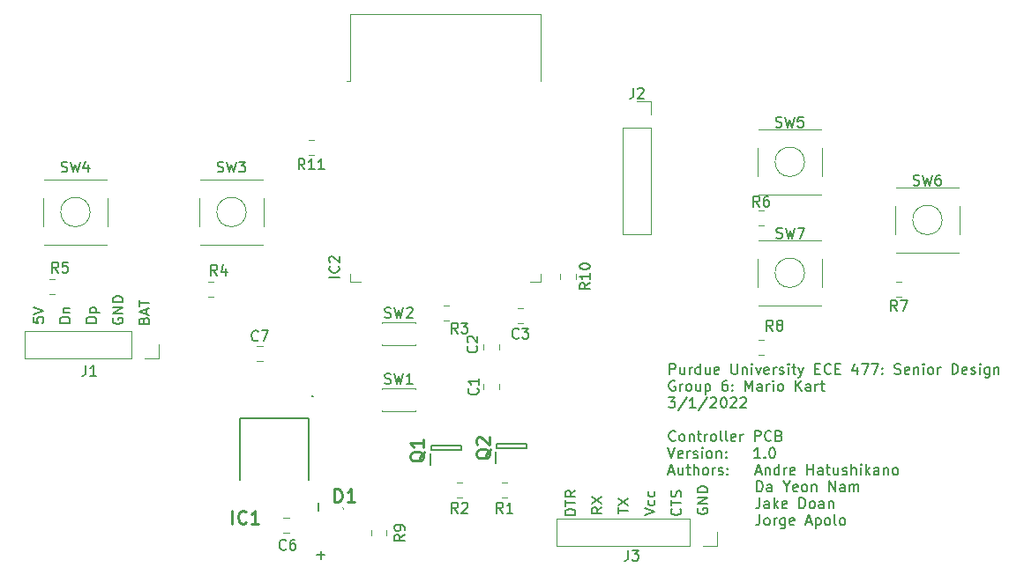
<source format=gbr>
%TF.GenerationSoftware,KiCad,Pcbnew,(6.0.2)*%
%TF.CreationDate,2022-03-10T00:50:20-05:00*%
%TF.ProjectId,controller,636f6e74-726f-46c6-9c65-722e6b696361,rev?*%
%TF.SameCoordinates,Original*%
%TF.FileFunction,Legend,Top*%
%TF.FilePolarity,Positive*%
%FSLAX46Y46*%
G04 Gerber Fmt 4.6, Leading zero omitted, Abs format (unit mm)*
G04 Created by KiCad (PCBNEW (6.0.2)) date 2022-03-10 00:50:20*
%MOMM*%
%LPD*%
G01*
G04 APERTURE LIST*
%ADD10C,0.150000*%
%ADD11C,0.254000*%
%ADD12C,0.200000*%
%ADD13C,0.120000*%
%ADD14C,0.100000*%
G04 APERTURE END LIST*
D10*
X151719595Y-82615380D02*
X151719595Y-81615380D01*
X152100547Y-81615380D01*
X152195785Y-81663000D01*
X152243404Y-81710619D01*
X152291023Y-81805857D01*
X152291023Y-81948714D01*
X152243404Y-82043952D01*
X152195785Y-82091571D01*
X152100547Y-82139190D01*
X151719595Y-82139190D01*
X153148166Y-81948714D02*
X153148166Y-82615380D01*
X152719595Y-81948714D02*
X152719595Y-82472523D01*
X152767214Y-82567761D01*
X152862452Y-82615380D01*
X153005309Y-82615380D01*
X153100547Y-82567761D01*
X153148166Y-82520142D01*
X153624357Y-82615380D02*
X153624357Y-81948714D01*
X153624357Y-82139190D02*
X153671976Y-82043952D01*
X153719595Y-81996333D01*
X153814833Y-81948714D01*
X153910071Y-81948714D01*
X154671976Y-82615380D02*
X154671976Y-81615380D01*
X154671976Y-82567761D02*
X154576738Y-82615380D01*
X154386261Y-82615380D01*
X154291023Y-82567761D01*
X154243404Y-82520142D01*
X154195785Y-82424904D01*
X154195785Y-82139190D01*
X154243404Y-82043952D01*
X154291023Y-81996333D01*
X154386261Y-81948714D01*
X154576738Y-81948714D01*
X154671976Y-81996333D01*
X155576738Y-81948714D02*
X155576738Y-82615380D01*
X155148166Y-81948714D02*
X155148166Y-82472523D01*
X155195785Y-82567761D01*
X155291023Y-82615380D01*
X155433880Y-82615380D01*
X155529119Y-82567761D01*
X155576738Y-82520142D01*
X156433880Y-82567761D02*
X156338642Y-82615380D01*
X156148166Y-82615380D01*
X156052928Y-82567761D01*
X156005309Y-82472523D01*
X156005309Y-82091571D01*
X156052928Y-81996333D01*
X156148166Y-81948714D01*
X156338642Y-81948714D01*
X156433880Y-81996333D01*
X156481500Y-82091571D01*
X156481500Y-82186809D01*
X156005309Y-82282047D01*
X157671976Y-81615380D02*
X157671976Y-82424904D01*
X157719595Y-82520142D01*
X157767214Y-82567761D01*
X157862452Y-82615380D01*
X158052928Y-82615380D01*
X158148166Y-82567761D01*
X158195785Y-82520142D01*
X158243404Y-82424904D01*
X158243404Y-81615380D01*
X158719595Y-81948714D02*
X158719595Y-82615380D01*
X158719595Y-82043952D02*
X158767214Y-81996333D01*
X158862452Y-81948714D01*
X159005309Y-81948714D01*
X159100547Y-81996333D01*
X159148166Y-82091571D01*
X159148166Y-82615380D01*
X159624357Y-82615380D02*
X159624357Y-81948714D01*
X159624357Y-81615380D02*
X159576738Y-81663000D01*
X159624357Y-81710619D01*
X159671976Y-81663000D01*
X159624357Y-81615380D01*
X159624357Y-81710619D01*
X160005309Y-81948714D02*
X160243404Y-82615380D01*
X160481500Y-81948714D01*
X161243404Y-82567761D02*
X161148166Y-82615380D01*
X160957690Y-82615380D01*
X160862452Y-82567761D01*
X160814833Y-82472523D01*
X160814833Y-82091571D01*
X160862452Y-81996333D01*
X160957690Y-81948714D01*
X161148166Y-81948714D01*
X161243404Y-81996333D01*
X161291023Y-82091571D01*
X161291023Y-82186809D01*
X160814833Y-82282047D01*
X161719595Y-82615380D02*
X161719595Y-81948714D01*
X161719595Y-82139190D02*
X161767214Y-82043952D01*
X161814833Y-81996333D01*
X161910071Y-81948714D01*
X162005309Y-81948714D01*
X162291023Y-82567761D02*
X162386261Y-82615380D01*
X162576738Y-82615380D01*
X162671976Y-82567761D01*
X162719595Y-82472523D01*
X162719595Y-82424904D01*
X162671976Y-82329666D01*
X162576738Y-82282047D01*
X162433880Y-82282047D01*
X162338642Y-82234428D01*
X162291023Y-82139190D01*
X162291023Y-82091571D01*
X162338642Y-81996333D01*
X162433880Y-81948714D01*
X162576738Y-81948714D01*
X162671976Y-81996333D01*
X163148166Y-82615380D02*
X163148166Y-81948714D01*
X163148166Y-81615380D02*
X163100547Y-81663000D01*
X163148166Y-81710619D01*
X163195785Y-81663000D01*
X163148166Y-81615380D01*
X163148166Y-81710619D01*
X163481500Y-81948714D02*
X163862452Y-81948714D01*
X163624357Y-81615380D02*
X163624357Y-82472523D01*
X163671976Y-82567761D01*
X163767214Y-82615380D01*
X163862452Y-82615380D01*
X164100547Y-81948714D02*
X164338642Y-82615380D01*
X164576738Y-81948714D02*
X164338642Y-82615380D01*
X164243404Y-82853476D01*
X164195785Y-82901095D01*
X164100547Y-82948714D01*
X165719595Y-82091571D02*
X166052928Y-82091571D01*
X166195785Y-82615380D02*
X165719595Y-82615380D01*
X165719595Y-81615380D01*
X166195785Y-81615380D01*
X167195785Y-82520142D02*
X167148166Y-82567761D01*
X167005309Y-82615380D01*
X166910071Y-82615380D01*
X166767214Y-82567761D01*
X166671976Y-82472523D01*
X166624357Y-82377285D01*
X166576738Y-82186809D01*
X166576738Y-82043952D01*
X166624357Y-81853476D01*
X166671976Y-81758238D01*
X166767214Y-81663000D01*
X166910071Y-81615380D01*
X167005309Y-81615380D01*
X167148166Y-81663000D01*
X167195785Y-81710619D01*
X167624357Y-82091571D02*
X167957690Y-82091571D01*
X168100547Y-82615380D02*
X167624357Y-82615380D01*
X167624357Y-81615380D01*
X168100547Y-81615380D01*
X169719595Y-81948714D02*
X169719595Y-82615380D01*
X169481500Y-81567761D02*
X169243404Y-82282047D01*
X169862452Y-82282047D01*
X170148166Y-81615380D02*
X170814833Y-81615380D01*
X170386261Y-82615380D01*
X171100547Y-81615380D02*
X171767214Y-81615380D01*
X171338642Y-82615380D01*
X172148166Y-82520142D02*
X172195785Y-82567761D01*
X172148166Y-82615380D01*
X172100547Y-82567761D01*
X172148166Y-82520142D01*
X172148166Y-82615380D01*
X172148166Y-81996333D02*
X172195785Y-82043952D01*
X172148166Y-82091571D01*
X172100547Y-82043952D01*
X172148166Y-81996333D01*
X172148166Y-82091571D01*
X173338642Y-82567761D02*
X173481500Y-82615380D01*
X173719595Y-82615380D01*
X173814833Y-82567761D01*
X173862452Y-82520142D01*
X173910071Y-82424904D01*
X173910071Y-82329666D01*
X173862452Y-82234428D01*
X173814833Y-82186809D01*
X173719595Y-82139190D01*
X173529119Y-82091571D01*
X173433880Y-82043952D01*
X173386261Y-81996333D01*
X173338642Y-81901095D01*
X173338642Y-81805857D01*
X173386261Y-81710619D01*
X173433880Y-81663000D01*
X173529119Y-81615380D01*
X173767214Y-81615380D01*
X173910071Y-81663000D01*
X174719595Y-82567761D02*
X174624357Y-82615380D01*
X174433880Y-82615380D01*
X174338642Y-82567761D01*
X174291023Y-82472523D01*
X174291023Y-82091571D01*
X174338642Y-81996333D01*
X174433880Y-81948714D01*
X174624357Y-81948714D01*
X174719595Y-81996333D01*
X174767214Y-82091571D01*
X174767214Y-82186809D01*
X174291023Y-82282047D01*
X175195785Y-81948714D02*
X175195785Y-82615380D01*
X175195785Y-82043952D02*
X175243404Y-81996333D01*
X175338642Y-81948714D01*
X175481500Y-81948714D01*
X175576738Y-81996333D01*
X175624357Y-82091571D01*
X175624357Y-82615380D01*
X176100547Y-82615380D02*
X176100547Y-81948714D01*
X176100547Y-81615380D02*
X176052928Y-81663000D01*
X176100547Y-81710619D01*
X176148166Y-81663000D01*
X176100547Y-81615380D01*
X176100547Y-81710619D01*
X176719595Y-82615380D02*
X176624357Y-82567761D01*
X176576738Y-82520142D01*
X176529119Y-82424904D01*
X176529119Y-82139190D01*
X176576738Y-82043952D01*
X176624357Y-81996333D01*
X176719595Y-81948714D01*
X176862452Y-81948714D01*
X176957690Y-81996333D01*
X177005309Y-82043952D01*
X177052928Y-82139190D01*
X177052928Y-82424904D01*
X177005309Y-82520142D01*
X176957690Y-82567761D01*
X176862452Y-82615380D01*
X176719595Y-82615380D01*
X177481500Y-82615380D02*
X177481500Y-81948714D01*
X177481500Y-82139190D02*
X177529119Y-82043952D01*
X177576738Y-81996333D01*
X177671976Y-81948714D01*
X177767214Y-81948714D01*
X178862452Y-82615380D02*
X178862452Y-81615380D01*
X179100547Y-81615380D01*
X179243404Y-81663000D01*
X179338642Y-81758238D01*
X179386261Y-81853476D01*
X179433880Y-82043952D01*
X179433880Y-82186809D01*
X179386261Y-82377285D01*
X179338642Y-82472523D01*
X179243404Y-82567761D01*
X179100547Y-82615380D01*
X178862452Y-82615380D01*
X180243404Y-82567761D02*
X180148166Y-82615380D01*
X179957690Y-82615380D01*
X179862452Y-82567761D01*
X179814833Y-82472523D01*
X179814833Y-82091571D01*
X179862452Y-81996333D01*
X179957690Y-81948714D01*
X180148166Y-81948714D01*
X180243404Y-81996333D01*
X180291023Y-82091571D01*
X180291023Y-82186809D01*
X179814833Y-82282047D01*
X180671976Y-82567761D02*
X180767214Y-82615380D01*
X180957690Y-82615380D01*
X181052928Y-82567761D01*
X181100547Y-82472523D01*
X181100547Y-82424904D01*
X181052928Y-82329666D01*
X180957690Y-82282047D01*
X180814833Y-82282047D01*
X180719595Y-82234428D01*
X180671976Y-82139190D01*
X180671976Y-82091571D01*
X180719595Y-81996333D01*
X180814833Y-81948714D01*
X180957690Y-81948714D01*
X181052928Y-81996333D01*
X181529119Y-82615380D02*
X181529119Y-81948714D01*
X181529119Y-81615380D02*
X181481500Y-81663000D01*
X181529119Y-81710619D01*
X181576738Y-81663000D01*
X181529119Y-81615380D01*
X181529119Y-81710619D01*
X182433880Y-81948714D02*
X182433880Y-82758238D01*
X182386261Y-82853476D01*
X182338642Y-82901095D01*
X182243404Y-82948714D01*
X182100547Y-82948714D01*
X182005309Y-82901095D01*
X182433880Y-82567761D02*
X182338642Y-82615380D01*
X182148166Y-82615380D01*
X182052928Y-82567761D01*
X182005309Y-82520142D01*
X181957690Y-82424904D01*
X181957690Y-82139190D01*
X182005309Y-82043952D01*
X182052928Y-81996333D01*
X182148166Y-81948714D01*
X182338642Y-81948714D01*
X182433880Y-81996333D01*
X182910071Y-81948714D02*
X182910071Y-82615380D01*
X182910071Y-82043952D02*
X182957690Y-81996333D01*
X183052928Y-81948714D01*
X183195785Y-81948714D01*
X183291023Y-81996333D01*
X183338642Y-82091571D01*
X183338642Y-82615380D01*
X152243404Y-83273000D02*
X152148166Y-83225380D01*
X152005309Y-83225380D01*
X151862452Y-83273000D01*
X151767214Y-83368238D01*
X151719595Y-83463476D01*
X151671976Y-83653952D01*
X151671976Y-83796809D01*
X151719595Y-83987285D01*
X151767214Y-84082523D01*
X151862452Y-84177761D01*
X152005309Y-84225380D01*
X152100547Y-84225380D01*
X152243404Y-84177761D01*
X152291023Y-84130142D01*
X152291023Y-83796809D01*
X152100547Y-83796809D01*
X152719595Y-84225380D02*
X152719595Y-83558714D01*
X152719595Y-83749190D02*
X152767214Y-83653952D01*
X152814833Y-83606333D01*
X152910071Y-83558714D01*
X153005309Y-83558714D01*
X153481500Y-84225380D02*
X153386261Y-84177761D01*
X153338642Y-84130142D01*
X153291023Y-84034904D01*
X153291023Y-83749190D01*
X153338642Y-83653952D01*
X153386261Y-83606333D01*
X153481500Y-83558714D01*
X153624357Y-83558714D01*
X153719595Y-83606333D01*
X153767214Y-83653952D01*
X153814833Y-83749190D01*
X153814833Y-84034904D01*
X153767214Y-84130142D01*
X153719595Y-84177761D01*
X153624357Y-84225380D01*
X153481500Y-84225380D01*
X154671976Y-83558714D02*
X154671976Y-84225380D01*
X154243404Y-83558714D02*
X154243404Y-84082523D01*
X154291023Y-84177761D01*
X154386261Y-84225380D01*
X154529119Y-84225380D01*
X154624357Y-84177761D01*
X154671976Y-84130142D01*
X155148166Y-83558714D02*
X155148166Y-84558714D01*
X155148166Y-83606333D02*
X155243404Y-83558714D01*
X155433880Y-83558714D01*
X155529119Y-83606333D01*
X155576738Y-83653952D01*
X155624357Y-83749190D01*
X155624357Y-84034904D01*
X155576738Y-84130142D01*
X155529119Y-84177761D01*
X155433880Y-84225380D01*
X155243404Y-84225380D01*
X155148166Y-84177761D01*
X157243404Y-83225380D02*
X157052928Y-83225380D01*
X156957690Y-83273000D01*
X156910071Y-83320619D01*
X156814833Y-83463476D01*
X156767214Y-83653952D01*
X156767214Y-84034904D01*
X156814833Y-84130142D01*
X156862452Y-84177761D01*
X156957690Y-84225380D01*
X157148166Y-84225380D01*
X157243404Y-84177761D01*
X157291023Y-84130142D01*
X157338642Y-84034904D01*
X157338642Y-83796809D01*
X157291023Y-83701571D01*
X157243404Y-83653952D01*
X157148166Y-83606333D01*
X156957690Y-83606333D01*
X156862452Y-83653952D01*
X156814833Y-83701571D01*
X156767214Y-83796809D01*
X157767214Y-84130142D02*
X157814833Y-84177761D01*
X157767214Y-84225380D01*
X157719595Y-84177761D01*
X157767214Y-84130142D01*
X157767214Y-84225380D01*
X157767214Y-83606333D02*
X157814833Y-83653952D01*
X157767214Y-83701571D01*
X157719595Y-83653952D01*
X157767214Y-83606333D01*
X157767214Y-83701571D01*
X159005309Y-84225380D02*
X159005309Y-83225380D01*
X159338642Y-83939666D01*
X159671976Y-83225380D01*
X159671976Y-84225380D01*
X160576738Y-84225380D02*
X160576738Y-83701571D01*
X160529119Y-83606333D01*
X160433880Y-83558714D01*
X160243404Y-83558714D01*
X160148166Y-83606333D01*
X160576738Y-84177761D02*
X160481500Y-84225380D01*
X160243404Y-84225380D01*
X160148166Y-84177761D01*
X160100547Y-84082523D01*
X160100547Y-83987285D01*
X160148166Y-83892047D01*
X160243404Y-83844428D01*
X160481500Y-83844428D01*
X160576738Y-83796809D01*
X161052928Y-84225380D02*
X161052928Y-83558714D01*
X161052928Y-83749190D02*
X161100547Y-83653952D01*
X161148166Y-83606333D01*
X161243404Y-83558714D01*
X161338642Y-83558714D01*
X161671976Y-84225380D02*
X161671976Y-83558714D01*
X161671976Y-83225380D02*
X161624357Y-83273000D01*
X161671976Y-83320619D01*
X161719595Y-83273000D01*
X161671976Y-83225380D01*
X161671976Y-83320619D01*
X162291023Y-84225380D02*
X162195785Y-84177761D01*
X162148166Y-84130142D01*
X162100547Y-84034904D01*
X162100547Y-83749190D01*
X162148166Y-83653952D01*
X162195785Y-83606333D01*
X162291023Y-83558714D01*
X162433880Y-83558714D01*
X162529119Y-83606333D01*
X162576738Y-83653952D01*
X162624357Y-83749190D01*
X162624357Y-84034904D01*
X162576738Y-84130142D01*
X162529119Y-84177761D01*
X162433880Y-84225380D01*
X162291023Y-84225380D01*
X163814833Y-84225380D02*
X163814833Y-83225380D01*
X164386261Y-84225380D02*
X163957690Y-83653952D01*
X164386261Y-83225380D02*
X163814833Y-83796809D01*
X165243404Y-84225380D02*
X165243404Y-83701571D01*
X165195785Y-83606333D01*
X165100547Y-83558714D01*
X164910071Y-83558714D01*
X164814833Y-83606333D01*
X165243404Y-84177761D02*
X165148166Y-84225380D01*
X164910071Y-84225380D01*
X164814833Y-84177761D01*
X164767214Y-84082523D01*
X164767214Y-83987285D01*
X164814833Y-83892047D01*
X164910071Y-83844428D01*
X165148166Y-83844428D01*
X165243404Y-83796809D01*
X165719595Y-84225380D02*
X165719595Y-83558714D01*
X165719595Y-83749190D02*
X165767214Y-83653952D01*
X165814833Y-83606333D01*
X165910071Y-83558714D01*
X166005309Y-83558714D01*
X166195785Y-83558714D02*
X166576738Y-83558714D01*
X166338642Y-83225380D02*
X166338642Y-84082523D01*
X166386261Y-84177761D01*
X166481500Y-84225380D01*
X166576738Y-84225380D01*
X151624357Y-84835380D02*
X152243404Y-84835380D01*
X151910071Y-85216333D01*
X152052928Y-85216333D01*
X152148166Y-85263952D01*
X152195785Y-85311571D01*
X152243404Y-85406809D01*
X152243404Y-85644904D01*
X152195785Y-85740142D01*
X152148166Y-85787761D01*
X152052928Y-85835380D01*
X151767214Y-85835380D01*
X151671976Y-85787761D01*
X151624357Y-85740142D01*
X153386261Y-84787761D02*
X152529119Y-86073476D01*
X154243404Y-85835380D02*
X153671976Y-85835380D01*
X153957690Y-85835380D02*
X153957690Y-84835380D01*
X153862452Y-84978238D01*
X153767214Y-85073476D01*
X153671976Y-85121095D01*
X155386261Y-84787761D02*
X154529119Y-86073476D01*
X155671976Y-84930619D02*
X155719595Y-84883000D01*
X155814833Y-84835380D01*
X156052928Y-84835380D01*
X156148166Y-84883000D01*
X156195785Y-84930619D01*
X156243404Y-85025857D01*
X156243404Y-85121095D01*
X156195785Y-85263952D01*
X155624357Y-85835380D01*
X156243404Y-85835380D01*
X156862452Y-84835380D02*
X156957690Y-84835380D01*
X157052928Y-84883000D01*
X157100547Y-84930619D01*
X157148166Y-85025857D01*
X157195785Y-85216333D01*
X157195785Y-85454428D01*
X157148166Y-85644904D01*
X157100547Y-85740142D01*
X157052928Y-85787761D01*
X156957690Y-85835380D01*
X156862452Y-85835380D01*
X156767214Y-85787761D01*
X156719595Y-85740142D01*
X156671976Y-85644904D01*
X156624357Y-85454428D01*
X156624357Y-85216333D01*
X156671976Y-85025857D01*
X156719595Y-84930619D01*
X156767214Y-84883000D01*
X156862452Y-84835380D01*
X157576738Y-84930619D02*
X157624357Y-84883000D01*
X157719595Y-84835380D01*
X157957690Y-84835380D01*
X158052928Y-84883000D01*
X158100547Y-84930619D01*
X158148166Y-85025857D01*
X158148166Y-85121095D01*
X158100547Y-85263952D01*
X157529119Y-85835380D01*
X158148166Y-85835380D01*
X158529119Y-84930619D02*
X158576738Y-84883000D01*
X158671976Y-84835380D01*
X158910071Y-84835380D01*
X159005309Y-84883000D01*
X159052928Y-84930619D01*
X159100547Y-85025857D01*
X159100547Y-85121095D01*
X159052928Y-85263952D01*
X158481500Y-85835380D01*
X159100547Y-85835380D01*
X152291023Y-88960142D02*
X152243404Y-89007761D01*
X152100547Y-89055380D01*
X152005309Y-89055380D01*
X151862452Y-89007761D01*
X151767214Y-88912523D01*
X151719595Y-88817285D01*
X151671976Y-88626809D01*
X151671976Y-88483952D01*
X151719595Y-88293476D01*
X151767214Y-88198238D01*
X151862452Y-88103000D01*
X152005309Y-88055380D01*
X152100547Y-88055380D01*
X152243404Y-88103000D01*
X152291023Y-88150619D01*
X152862452Y-89055380D02*
X152767214Y-89007761D01*
X152719595Y-88960142D01*
X152671976Y-88864904D01*
X152671976Y-88579190D01*
X152719595Y-88483952D01*
X152767214Y-88436333D01*
X152862452Y-88388714D01*
X153005309Y-88388714D01*
X153100547Y-88436333D01*
X153148166Y-88483952D01*
X153195785Y-88579190D01*
X153195785Y-88864904D01*
X153148166Y-88960142D01*
X153100547Y-89007761D01*
X153005309Y-89055380D01*
X152862452Y-89055380D01*
X153624357Y-88388714D02*
X153624357Y-89055380D01*
X153624357Y-88483952D02*
X153671976Y-88436333D01*
X153767214Y-88388714D01*
X153910071Y-88388714D01*
X154005309Y-88436333D01*
X154052928Y-88531571D01*
X154052928Y-89055380D01*
X154386261Y-88388714D02*
X154767214Y-88388714D01*
X154529119Y-88055380D02*
X154529119Y-88912523D01*
X154576738Y-89007761D01*
X154671976Y-89055380D01*
X154767214Y-89055380D01*
X155100547Y-89055380D02*
X155100547Y-88388714D01*
X155100547Y-88579190D02*
X155148166Y-88483952D01*
X155195785Y-88436333D01*
X155291023Y-88388714D01*
X155386261Y-88388714D01*
X155862452Y-89055380D02*
X155767214Y-89007761D01*
X155719595Y-88960142D01*
X155671976Y-88864904D01*
X155671976Y-88579190D01*
X155719595Y-88483952D01*
X155767214Y-88436333D01*
X155862452Y-88388714D01*
X156005309Y-88388714D01*
X156100547Y-88436333D01*
X156148166Y-88483952D01*
X156195785Y-88579190D01*
X156195785Y-88864904D01*
X156148166Y-88960142D01*
X156100547Y-89007761D01*
X156005309Y-89055380D01*
X155862452Y-89055380D01*
X156767214Y-89055380D02*
X156671976Y-89007761D01*
X156624357Y-88912523D01*
X156624357Y-88055380D01*
X157291023Y-89055380D02*
X157195785Y-89007761D01*
X157148166Y-88912523D01*
X157148166Y-88055380D01*
X158052928Y-89007761D02*
X157957690Y-89055380D01*
X157767214Y-89055380D01*
X157671976Y-89007761D01*
X157624357Y-88912523D01*
X157624357Y-88531571D01*
X157671976Y-88436333D01*
X157767214Y-88388714D01*
X157957690Y-88388714D01*
X158052928Y-88436333D01*
X158100547Y-88531571D01*
X158100547Y-88626809D01*
X157624357Y-88722047D01*
X158529119Y-89055380D02*
X158529119Y-88388714D01*
X158529119Y-88579190D02*
X158576738Y-88483952D01*
X158624357Y-88436333D01*
X158719595Y-88388714D01*
X158814833Y-88388714D01*
X159910071Y-89055380D02*
X159910071Y-88055380D01*
X160291023Y-88055380D01*
X160386261Y-88103000D01*
X160433880Y-88150619D01*
X160481500Y-88245857D01*
X160481500Y-88388714D01*
X160433880Y-88483952D01*
X160386261Y-88531571D01*
X160291023Y-88579190D01*
X159910071Y-88579190D01*
X161481500Y-88960142D02*
X161433880Y-89007761D01*
X161291023Y-89055380D01*
X161195785Y-89055380D01*
X161052928Y-89007761D01*
X160957690Y-88912523D01*
X160910071Y-88817285D01*
X160862452Y-88626809D01*
X160862452Y-88483952D01*
X160910071Y-88293476D01*
X160957690Y-88198238D01*
X161052928Y-88103000D01*
X161195785Y-88055380D01*
X161291023Y-88055380D01*
X161433880Y-88103000D01*
X161481500Y-88150619D01*
X162243404Y-88531571D02*
X162386261Y-88579190D01*
X162433880Y-88626809D01*
X162481500Y-88722047D01*
X162481500Y-88864904D01*
X162433880Y-88960142D01*
X162386261Y-89007761D01*
X162291023Y-89055380D01*
X161910071Y-89055380D01*
X161910071Y-88055380D01*
X162243404Y-88055380D01*
X162338642Y-88103000D01*
X162386261Y-88150619D01*
X162433880Y-88245857D01*
X162433880Y-88341095D01*
X162386261Y-88436333D01*
X162338642Y-88483952D01*
X162243404Y-88531571D01*
X161910071Y-88531571D01*
X151576738Y-89665380D02*
X151910071Y-90665380D01*
X152243404Y-89665380D01*
X152957690Y-90617761D02*
X152862452Y-90665380D01*
X152671976Y-90665380D01*
X152576738Y-90617761D01*
X152529119Y-90522523D01*
X152529119Y-90141571D01*
X152576738Y-90046333D01*
X152671976Y-89998714D01*
X152862452Y-89998714D01*
X152957690Y-90046333D01*
X153005309Y-90141571D01*
X153005309Y-90236809D01*
X152529119Y-90332047D01*
X153433880Y-90665380D02*
X153433880Y-89998714D01*
X153433880Y-90189190D02*
X153481500Y-90093952D01*
X153529119Y-90046333D01*
X153624357Y-89998714D01*
X153719595Y-89998714D01*
X154005309Y-90617761D02*
X154100547Y-90665380D01*
X154291023Y-90665380D01*
X154386261Y-90617761D01*
X154433880Y-90522523D01*
X154433880Y-90474904D01*
X154386261Y-90379666D01*
X154291023Y-90332047D01*
X154148166Y-90332047D01*
X154052928Y-90284428D01*
X154005309Y-90189190D01*
X154005309Y-90141571D01*
X154052928Y-90046333D01*
X154148166Y-89998714D01*
X154291023Y-89998714D01*
X154386261Y-90046333D01*
X154862452Y-90665380D02*
X154862452Y-89998714D01*
X154862452Y-89665380D02*
X154814833Y-89713000D01*
X154862452Y-89760619D01*
X154910071Y-89713000D01*
X154862452Y-89665380D01*
X154862452Y-89760619D01*
X155481500Y-90665380D02*
X155386261Y-90617761D01*
X155338642Y-90570142D01*
X155291023Y-90474904D01*
X155291023Y-90189190D01*
X155338642Y-90093952D01*
X155386261Y-90046333D01*
X155481500Y-89998714D01*
X155624357Y-89998714D01*
X155719595Y-90046333D01*
X155767214Y-90093952D01*
X155814833Y-90189190D01*
X155814833Y-90474904D01*
X155767214Y-90570142D01*
X155719595Y-90617761D01*
X155624357Y-90665380D01*
X155481500Y-90665380D01*
X156243404Y-89998714D02*
X156243404Y-90665380D01*
X156243404Y-90093952D02*
X156291023Y-90046333D01*
X156386261Y-89998714D01*
X156529119Y-89998714D01*
X156624357Y-90046333D01*
X156671976Y-90141571D01*
X156671976Y-90665380D01*
X157148166Y-90570142D02*
X157195785Y-90617761D01*
X157148166Y-90665380D01*
X157100547Y-90617761D01*
X157148166Y-90570142D01*
X157148166Y-90665380D01*
X157148166Y-90046333D02*
X157195785Y-90093952D01*
X157148166Y-90141571D01*
X157100547Y-90093952D01*
X157148166Y-90046333D01*
X157148166Y-90141571D01*
X160433880Y-90665380D02*
X159862452Y-90665380D01*
X160148166Y-90665380D02*
X160148166Y-89665380D01*
X160052928Y-89808238D01*
X159957690Y-89903476D01*
X159862452Y-89951095D01*
X160862452Y-90570142D02*
X160910071Y-90617761D01*
X160862452Y-90665380D01*
X160814833Y-90617761D01*
X160862452Y-90570142D01*
X160862452Y-90665380D01*
X161529119Y-89665380D02*
X161624357Y-89665380D01*
X161719595Y-89713000D01*
X161767214Y-89760619D01*
X161814833Y-89855857D01*
X161862452Y-90046333D01*
X161862452Y-90284428D01*
X161814833Y-90474904D01*
X161767214Y-90570142D01*
X161719595Y-90617761D01*
X161624357Y-90665380D01*
X161529119Y-90665380D01*
X161433880Y-90617761D01*
X161386261Y-90570142D01*
X161338642Y-90474904D01*
X161291023Y-90284428D01*
X161291023Y-90046333D01*
X161338642Y-89855857D01*
X161386261Y-89760619D01*
X161433880Y-89713000D01*
X161529119Y-89665380D01*
X151671976Y-91989666D02*
X152148166Y-91989666D01*
X151576738Y-92275380D02*
X151910071Y-91275380D01*
X152243404Y-92275380D01*
X153005309Y-91608714D02*
X153005309Y-92275380D01*
X152576738Y-91608714D02*
X152576738Y-92132523D01*
X152624357Y-92227761D01*
X152719595Y-92275380D01*
X152862452Y-92275380D01*
X152957690Y-92227761D01*
X153005309Y-92180142D01*
X153338642Y-91608714D02*
X153719595Y-91608714D01*
X153481500Y-91275380D02*
X153481500Y-92132523D01*
X153529119Y-92227761D01*
X153624357Y-92275380D01*
X153719595Y-92275380D01*
X154052928Y-92275380D02*
X154052928Y-91275380D01*
X154481500Y-92275380D02*
X154481500Y-91751571D01*
X154433880Y-91656333D01*
X154338642Y-91608714D01*
X154195785Y-91608714D01*
X154100547Y-91656333D01*
X154052928Y-91703952D01*
X155100547Y-92275380D02*
X155005309Y-92227761D01*
X154957690Y-92180142D01*
X154910071Y-92084904D01*
X154910071Y-91799190D01*
X154957690Y-91703952D01*
X155005309Y-91656333D01*
X155100547Y-91608714D01*
X155243404Y-91608714D01*
X155338642Y-91656333D01*
X155386261Y-91703952D01*
X155433880Y-91799190D01*
X155433880Y-92084904D01*
X155386261Y-92180142D01*
X155338642Y-92227761D01*
X155243404Y-92275380D01*
X155100547Y-92275380D01*
X155862452Y-92275380D02*
X155862452Y-91608714D01*
X155862452Y-91799190D02*
X155910071Y-91703952D01*
X155957690Y-91656333D01*
X156052928Y-91608714D01*
X156148166Y-91608714D01*
X156433880Y-92227761D02*
X156529119Y-92275380D01*
X156719595Y-92275380D01*
X156814833Y-92227761D01*
X156862452Y-92132523D01*
X156862452Y-92084904D01*
X156814833Y-91989666D01*
X156719595Y-91942047D01*
X156576738Y-91942047D01*
X156481500Y-91894428D01*
X156433880Y-91799190D01*
X156433880Y-91751571D01*
X156481500Y-91656333D01*
X156576738Y-91608714D01*
X156719595Y-91608714D01*
X156814833Y-91656333D01*
X157291023Y-92180142D02*
X157338642Y-92227761D01*
X157291023Y-92275380D01*
X157243404Y-92227761D01*
X157291023Y-92180142D01*
X157291023Y-92275380D01*
X157291023Y-91656333D02*
X157338642Y-91703952D01*
X157291023Y-91751571D01*
X157243404Y-91703952D01*
X157291023Y-91656333D01*
X157291023Y-91751571D01*
X160005309Y-91989666D02*
X160481500Y-91989666D01*
X159910071Y-92275380D02*
X160243404Y-91275380D01*
X160576738Y-92275380D01*
X160910071Y-91608714D02*
X160910071Y-92275380D01*
X160910071Y-91703952D02*
X160957690Y-91656333D01*
X161052928Y-91608714D01*
X161195785Y-91608714D01*
X161291023Y-91656333D01*
X161338642Y-91751571D01*
X161338642Y-92275380D01*
X162243404Y-92275380D02*
X162243404Y-91275380D01*
X162243404Y-92227761D02*
X162148166Y-92275380D01*
X161957690Y-92275380D01*
X161862452Y-92227761D01*
X161814833Y-92180142D01*
X161767214Y-92084904D01*
X161767214Y-91799190D01*
X161814833Y-91703952D01*
X161862452Y-91656333D01*
X161957690Y-91608714D01*
X162148166Y-91608714D01*
X162243404Y-91656333D01*
X162719595Y-92275380D02*
X162719595Y-91608714D01*
X162719595Y-91799190D02*
X162767214Y-91703952D01*
X162814833Y-91656333D01*
X162910071Y-91608714D01*
X163005309Y-91608714D01*
X163719595Y-92227761D02*
X163624357Y-92275380D01*
X163433880Y-92275380D01*
X163338642Y-92227761D01*
X163291023Y-92132523D01*
X163291023Y-91751571D01*
X163338642Y-91656333D01*
X163433880Y-91608714D01*
X163624357Y-91608714D01*
X163719595Y-91656333D01*
X163767214Y-91751571D01*
X163767214Y-91846809D01*
X163291023Y-91942047D01*
X164957690Y-92275380D02*
X164957690Y-91275380D01*
X164957690Y-91751571D02*
X165529119Y-91751571D01*
X165529119Y-92275380D02*
X165529119Y-91275380D01*
X166433880Y-92275380D02*
X166433880Y-91751571D01*
X166386261Y-91656333D01*
X166291023Y-91608714D01*
X166100547Y-91608714D01*
X166005309Y-91656333D01*
X166433880Y-92227761D02*
X166338642Y-92275380D01*
X166100547Y-92275380D01*
X166005309Y-92227761D01*
X165957690Y-92132523D01*
X165957690Y-92037285D01*
X166005309Y-91942047D01*
X166100547Y-91894428D01*
X166338642Y-91894428D01*
X166433880Y-91846809D01*
X166767214Y-91608714D02*
X167148166Y-91608714D01*
X166910071Y-91275380D02*
X166910071Y-92132523D01*
X166957690Y-92227761D01*
X167052928Y-92275380D01*
X167148166Y-92275380D01*
X167910071Y-91608714D02*
X167910071Y-92275380D01*
X167481500Y-91608714D02*
X167481500Y-92132523D01*
X167529119Y-92227761D01*
X167624357Y-92275380D01*
X167767214Y-92275380D01*
X167862452Y-92227761D01*
X167910071Y-92180142D01*
X168338642Y-92227761D02*
X168433880Y-92275380D01*
X168624357Y-92275380D01*
X168719595Y-92227761D01*
X168767214Y-92132523D01*
X168767214Y-92084904D01*
X168719595Y-91989666D01*
X168624357Y-91942047D01*
X168481500Y-91942047D01*
X168386261Y-91894428D01*
X168338642Y-91799190D01*
X168338642Y-91751571D01*
X168386261Y-91656333D01*
X168481500Y-91608714D01*
X168624357Y-91608714D01*
X168719595Y-91656333D01*
X169195785Y-92275380D02*
X169195785Y-91275380D01*
X169624357Y-92275380D02*
X169624357Y-91751571D01*
X169576738Y-91656333D01*
X169481500Y-91608714D01*
X169338642Y-91608714D01*
X169243404Y-91656333D01*
X169195785Y-91703952D01*
X170100547Y-92275380D02*
X170100547Y-91608714D01*
X170100547Y-91275380D02*
X170052928Y-91323000D01*
X170100547Y-91370619D01*
X170148166Y-91323000D01*
X170100547Y-91275380D01*
X170100547Y-91370619D01*
X170576738Y-92275380D02*
X170576738Y-91275380D01*
X170671976Y-91894428D02*
X170957690Y-92275380D01*
X170957690Y-91608714D02*
X170576738Y-91989666D01*
X171814833Y-92275380D02*
X171814833Y-91751571D01*
X171767214Y-91656333D01*
X171671976Y-91608714D01*
X171481500Y-91608714D01*
X171386261Y-91656333D01*
X171814833Y-92227761D02*
X171719595Y-92275380D01*
X171481500Y-92275380D01*
X171386261Y-92227761D01*
X171338642Y-92132523D01*
X171338642Y-92037285D01*
X171386261Y-91942047D01*
X171481500Y-91894428D01*
X171719595Y-91894428D01*
X171814833Y-91846809D01*
X172291023Y-91608714D02*
X172291023Y-92275380D01*
X172291023Y-91703952D02*
X172338642Y-91656333D01*
X172433880Y-91608714D01*
X172576738Y-91608714D01*
X172671976Y-91656333D01*
X172719595Y-91751571D01*
X172719595Y-92275380D01*
X173338642Y-92275380D02*
X173243404Y-92227761D01*
X173195785Y-92180142D01*
X173148166Y-92084904D01*
X173148166Y-91799190D01*
X173195785Y-91703952D01*
X173243404Y-91656333D01*
X173338642Y-91608714D01*
X173481500Y-91608714D01*
X173576738Y-91656333D01*
X173624357Y-91703952D01*
X173671976Y-91799190D01*
X173671976Y-92084904D01*
X173624357Y-92180142D01*
X173576738Y-92227761D01*
X173481500Y-92275380D01*
X173338642Y-92275380D01*
X160100547Y-93885380D02*
X160100547Y-92885380D01*
X160338642Y-92885380D01*
X160481500Y-92933000D01*
X160576738Y-93028238D01*
X160624357Y-93123476D01*
X160671976Y-93313952D01*
X160671976Y-93456809D01*
X160624357Y-93647285D01*
X160576738Y-93742523D01*
X160481500Y-93837761D01*
X160338642Y-93885380D01*
X160100547Y-93885380D01*
X161529119Y-93885380D02*
X161529119Y-93361571D01*
X161481500Y-93266333D01*
X161386261Y-93218714D01*
X161195785Y-93218714D01*
X161100547Y-93266333D01*
X161529119Y-93837761D02*
X161433880Y-93885380D01*
X161195785Y-93885380D01*
X161100547Y-93837761D01*
X161052928Y-93742523D01*
X161052928Y-93647285D01*
X161100547Y-93552047D01*
X161195785Y-93504428D01*
X161433880Y-93504428D01*
X161529119Y-93456809D01*
X162957690Y-93409190D02*
X162957690Y-93885380D01*
X162624357Y-92885380D02*
X162957690Y-93409190D01*
X163291023Y-92885380D01*
X164005309Y-93837761D02*
X163910071Y-93885380D01*
X163719595Y-93885380D01*
X163624357Y-93837761D01*
X163576738Y-93742523D01*
X163576738Y-93361571D01*
X163624357Y-93266333D01*
X163719595Y-93218714D01*
X163910071Y-93218714D01*
X164005309Y-93266333D01*
X164052928Y-93361571D01*
X164052928Y-93456809D01*
X163576738Y-93552047D01*
X164624357Y-93885380D02*
X164529119Y-93837761D01*
X164481500Y-93790142D01*
X164433880Y-93694904D01*
X164433880Y-93409190D01*
X164481500Y-93313952D01*
X164529119Y-93266333D01*
X164624357Y-93218714D01*
X164767214Y-93218714D01*
X164862452Y-93266333D01*
X164910071Y-93313952D01*
X164957690Y-93409190D01*
X164957690Y-93694904D01*
X164910071Y-93790142D01*
X164862452Y-93837761D01*
X164767214Y-93885380D01*
X164624357Y-93885380D01*
X165386261Y-93218714D02*
X165386261Y-93885380D01*
X165386261Y-93313952D02*
X165433880Y-93266333D01*
X165529119Y-93218714D01*
X165671976Y-93218714D01*
X165767214Y-93266333D01*
X165814833Y-93361571D01*
X165814833Y-93885380D01*
X167052928Y-93885380D02*
X167052928Y-92885380D01*
X167624357Y-93885380D01*
X167624357Y-92885380D01*
X168529119Y-93885380D02*
X168529119Y-93361571D01*
X168481500Y-93266333D01*
X168386261Y-93218714D01*
X168195785Y-93218714D01*
X168100547Y-93266333D01*
X168529119Y-93837761D02*
X168433880Y-93885380D01*
X168195785Y-93885380D01*
X168100547Y-93837761D01*
X168052928Y-93742523D01*
X168052928Y-93647285D01*
X168100547Y-93552047D01*
X168195785Y-93504428D01*
X168433880Y-93504428D01*
X168529119Y-93456809D01*
X169005309Y-93885380D02*
X169005309Y-93218714D01*
X169005309Y-93313952D02*
X169052928Y-93266333D01*
X169148166Y-93218714D01*
X169291023Y-93218714D01*
X169386261Y-93266333D01*
X169433880Y-93361571D01*
X169433880Y-93885380D01*
X169433880Y-93361571D02*
X169481500Y-93266333D01*
X169576738Y-93218714D01*
X169719595Y-93218714D01*
X169814833Y-93266333D01*
X169862452Y-93361571D01*
X169862452Y-93885380D01*
X160386261Y-94495380D02*
X160386261Y-95209666D01*
X160338642Y-95352523D01*
X160243404Y-95447761D01*
X160100547Y-95495380D01*
X160005309Y-95495380D01*
X161291023Y-95495380D02*
X161291023Y-94971571D01*
X161243404Y-94876333D01*
X161148166Y-94828714D01*
X160957690Y-94828714D01*
X160862452Y-94876333D01*
X161291023Y-95447761D02*
X161195785Y-95495380D01*
X160957690Y-95495380D01*
X160862452Y-95447761D01*
X160814833Y-95352523D01*
X160814833Y-95257285D01*
X160862452Y-95162047D01*
X160957690Y-95114428D01*
X161195785Y-95114428D01*
X161291023Y-95066809D01*
X161767214Y-95495380D02*
X161767214Y-94495380D01*
X161862452Y-95114428D02*
X162148166Y-95495380D01*
X162148166Y-94828714D02*
X161767214Y-95209666D01*
X162957690Y-95447761D02*
X162862452Y-95495380D01*
X162671976Y-95495380D01*
X162576738Y-95447761D01*
X162529119Y-95352523D01*
X162529119Y-94971571D01*
X162576738Y-94876333D01*
X162671976Y-94828714D01*
X162862452Y-94828714D01*
X162957690Y-94876333D01*
X163005309Y-94971571D01*
X163005309Y-95066809D01*
X162529119Y-95162047D01*
X164195785Y-95495380D02*
X164195785Y-94495380D01*
X164433880Y-94495380D01*
X164576738Y-94543000D01*
X164671976Y-94638238D01*
X164719595Y-94733476D01*
X164767214Y-94923952D01*
X164767214Y-95066809D01*
X164719595Y-95257285D01*
X164671976Y-95352523D01*
X164576738Y-95447761D01*
X164433880Y-95495380D01*
X164195785Y-95495380D01*
X165338642Y-95495380D02*
X165243404Y-95447761D01*
X165195785Y-95400142D01*
X165148166Y-95304904D01*
X165148166Y-95019190D01*
X165195785Y-94923952D01*
X165243404Y-94876333D01*
X165338642Y-94828714D01*
X165481500Y-94828714D01*
X165576738Y-94876333D01*
X165624357Y-94923952D01*
X165671976Y-95019190D01*
X165671976Y-95304904D01*
X165624357Y-95400142D01*
X165576738Y-95447761D01*
X165481500Y-95495380D01*
X165338642Y-95495380D01*
X166529119Y-95495380D02*
X166529119Y-94971571D01*
X166481500Y-94876333D01*
X166386261Y-94828714D01*
X166195785Y-94828714D01*
X166100547Y-94876333D01*
X166529119Y-95447761D02*
X166433880Y-95495380D01*
X166195785Y-95495380D01*
X166100547Y-95447761D01*
X166052928Y-95352523D01*
X166052928Y-95257285D01*
X166100547Y-95162047D01*
X166195785Y-95114428D01*
X166433880Y-95114428D01*
X166529119Y-95066809D01*
X167005309Y-94828714D02*
X167005309Y-95495380D01*
X167005309Y-94923952D02*
X167052928Y-94876333D01*
X167148166Y-94828714D01*
X167291023Y-94828714D01*
X167386261Y-94876333D01*
X167433880Y-94971571D01*
X167433880Y-95495380D01*
X160386261Y-96105380D02*
X160386261Y-96819666D01*
X160338642Y-96962523D01*
X160243404Y-97057761D01*
X160100547Y-97105380D01*
X160005309Y-97105380D01*
X161005309Y-97105380D02*
X160910071Y-97057761D01*
X160862452Y-97010142D01*
X160814833Y-96914904D01*
X160814833Y-96629190D01*
X160862452Y-96533952D01*
X160910071Y-96486333D01*
X161005309Y-96438714D01*
X161148166Y-96438714D01*
X161243404Y-96486333D01*
X161291023Y-96533952D01*
X161338642Y-96629190D01*
X161338642Y-96914904D01*
X161291023Y-97010142D01*
X161243404Y-97057761D01*
X161148166Y-97105380D01*
X161005309Y-97105380D01*
X161767214Y-97105380D02*
X161767214Y-96438714D01*
X161767214Y-96629190D02*
X161814833Y-96533952D01*
X161862452Y-96486333D01*
X161957690Y-96438714D01*
X162052928Y-96438714D01*
X162814833Y-96438714D02*
X162814833Y-97248238D01*
X162767214Y-97343476D01*
X162719595Y-97391095D01*
X162624357Y-97438714D01*
X162481500Y-97438714D01*
X162386261Y-97391095D01*
X162814833Y-97057761D02*
X162719595Y-97105380D01*
X162529119Y-97105380D01*
X162433880Y-97057761D01*
X162386261Y-97010142D01*
X162338642Y-96914904D01*
X162338642Y-96629190D01*
X162386261Y-96533952D01*
X162433880Y-96486333D01*
X162529119Y-96438714D01*
X162719595Y-96438714D01*
X162814833Y-96486333D01*
X163671976Y-97057761D02*
X163576738Y-97105380D01*
X163386261Y-97105380D01*
X163291023Y-97057761D01*
X163243404Y-96962523D01*
X163243404Y-96581571D01*
X163291023Y-96486333D01*
X163386261Y-96438714D01*
X163576738Y-96438714D01*
X163671976Y-96486333D01*
X163719595Y-96581571D01*
X163719595Y-96676809D01*
X163243404Y-96772047D01*
X164862452Y-96819666D02*
X165338642Y-96819666D01*
X164767214Y-97105380D02*
X165100547Y-96105380D01*
X165433880Y-97105380D01*
X165767214Y-96438714D02*
X165767214Y-97438714D01*
X165767214Y-96486333D02*
X165862452Y-96438714D01*
X166052928Y-96438714D01*
X166148166Y-96486333D01*
X166195785Y-96533952D01*
X166243404Y-96629190D01*
X166243404Y-96914904D01*
X166195785Y-97010142D01*
X166148166Y-97057761D01*
X166052928Y-97105380D01*
X165862452Y-97105380D01*
X165767214Y-97057761D01*
X166814833Y-97105380D02*
X166719595Y-97057761D01*
X166671976Y-97010142D01*
X166624357Y-96914904D01*
X166624357Y-96629190D01*
X166671976Y-96533952D01*
X166719595Y-96486333D01*
X166814833Y-96438714D01*
X166957690Y-96438714D01*
X167052928Y-96486333D01*
X167100547Y-96533952D01*
X167148166Y-96629190D01*
X167148166Y-96914904D01*
X167100547Y-97010142D01*
X167052928Y-97057761D01*
X166957690Y-97105380D01*
X166814833Y-97105380D01*
X167719595Y-97105380D02*
X167624357Y-97057761D01*
X167576738Y-96962523D01*
X167576738Y-96105380D01*
X168243404Y-97105380D02*
X168148166Y-97057761D01*
X168100547Y-97010142D01*
X168052928Y-96914904D01*
X168052928Y-96629190D01*
X168100547Y-96533952D01*
X168148166Y-96486333D01*
X168243404Y-96438714D01*
X168386261Y-96438714D01*
X168481500Y-96486333D01*
X168529119Y-96533952D01*
X168576738Y-96629190D01*
X168576738Y-96914904D01*
X168529119Y-97010142D01*
X168481500Y-97057761D01*
X168386261Y-97105380D01*
X168243404Y-97105380D01*
X154440000Y-95503904D02*
X154392380Y-95599142D01*
X154392380Y-95742000D01*
X154440000Y-95884857D01*
X154535238Y-95980095D01*
X154630476Y-96027714D01*
X154820952Y-96075333D01*
X154963809Y-96075333D01*
X155154285Y-96027714D01*
X155249523Y-95980095D01*
X155344761Y-95884857D01*
X155392380Y-95742000D01*
X155392380Y-95646761D01*
X155344761Y-95503904D01*
X155297142Y-95456285D01*
X154963809Y-95456285D01*
X154963809Y-95646761D01*
X155392380Y-95027714D02*
X154392380Y-95027714D01*
X155392380Y-94456285D01*
X154392380Y-94456285D01*
X155392380Y-93980095D02*
X154392380Y-93980095D01*
X154392380Y-93742000D01*
X154440000Y-93599142D01*
X154535238Y-93503904D01*
X154630476Y-93456285D01*
X154820952Y-93408666D01*
X154963809Y-93408666D01*
X155154285Y-93456285D01*
X155249523Y-93503904D01*
X155344761Y-93599142D01*
X155392380Y-93742000D01*
X155392380Y-93980095D01*
X117863047Y-99973428D02*
X118624952Y-99973428D01*
X118244000Y-100354380D02*
X118244000Y-99592476D01*
X96718380Y-77676285D02*
X95718380Y-77676285D01*
X95718380Y-77438190D01*
X95766000Y-77295333D01*
X95861238Y-77200095D01*
X95956476Y-77152476D01*
X96146952Y-77104857D01*
X96289809Y-77104857D01*
X96480285Y-77152476D01*
X96575523Y-77200095D01*
X96670761Y-77295333D01*
X96718380Y-77438190D01*
X96718380Y-77676285D01*
X96051714Y-76676285D02*
X97051714Y-76676285D01*
X96099333Y-76676285D02*
X96051714Y-76581047D01*
X96051714Y-76390571D01*
X96099333Y-76295333D01*
X96146952Y-76247714D01*
X96242190Y-76200095D01*
X96527904Y-76200095D01*
X96623142Y-76247714D01*
X96670761Y-76295333D01*
X96718380Y-76390571D01*
X96718380Y-76581047D01*
X96670761Y-76676285D01*
X101274571Y-77446095D02*
X101322190Y-77303238D01*
X101369809Y-77255619D01*
X101465047Y-77208000D01*
X101607904Y-77208000D01*
X101703142Y-77255619D01*
X101750761Y-77303238D01*
X101798380Y-77398476D01*
X101798380Y-77779428D01*
X100798380Y-77779428D01*
X100798380Y-77446095D01*
X100846000Y-77350857D01*
X100893619Y-77303238D01*
X100988857Y-77255619D01*
X101084095Y-77255619D01*
X101179333Y-77303238D01*
X101226952Y-77350857D01*
X101274571Y-77446095D01*
X101274571Y-77779428D01*
X101512666Y-76827047D02*
X101512666Y-76350857D01*
X101798380Y-76922285D02*
X100798380Y-76588952D01*
X101798380Y-76255619D01*
X100798380Y-76065142D02*
X100798380Y-75493714D01*
X101798380Y-75779428D02*
X100798380Y-75779428D01*
X146772380Y-96011904D02*
X146772380Y-95440476D01*
X147772380Y-95726190D02*
X146772380Y-95726190D01*
X146772380Y-95202380D02*
X147772380Y-94535714D01*
X146772380Y-94535714D02*
X147772380Y-95202380D01*
X149312380Y-96186476D02*
X150312380Y-95853142D01*
X149312380Y-95519809D01*
X150264761Y-94757904D02*
X150312380Y-94853142D01*
X150312380Y-95043619D01*
X150264761Y-95138857D01*
X150217142Y-95186476D01*
X150121904Y-95234095D01*
X149836190Y-95234095D01*
X149740952Y-95186476D01*
X149693333Y-95138857D01*
X149645714Y-95043619D01*
X149645714Y-94853142D01*
X149693333Y-94757904D01*
X150264761Y-93900761D02*
X150312380Y-93996000D01*
X150312380Y-94186476D01*
X150264761Y-94281714D01*
X150217142Y-94329333D01*
X150121904Y-94376952D01*
X149836190Y-94376952D01*
X149740952Y-94329333D01*
X149693333Y-94281714D01*
X149645714Y-94186476D01*
X149645714Y-93996000D01*
X149693333Y-93900761D01*
X94178380Y-77676285D02*
X93178380Y-77676285D01*
X93178380Y-77438190D01*
X93226000Y-77295333D01*
X93321238Y-77200095D01*
X93416476Y-77152476D01*
X93606952Y-77104857D01*
X93749809Y-77104857D01*
X93940285Y-77152476D01*
X94035523Y-77200095D01*
X94130761Y-77295333D01*
X94178380Y-77438190D01*
X94178380Y-77676285D01*
X93511714Y-76676285D02*
X94178380Y-76676285D01*
X93606952Y-76676285D02*
X93559333Y-76628666D01*
X93511714Y-76533428D01*
X93511714Y-76390571D01*
X93559333Y-76295333D01*
X93654571Y-76247714D01*
X94178380Y-76247714D01*
X142692380Y-96138857D02*
X141692380Y-96138857D01*
X141692380Y-95900761D01*
X141740000Y-95757904D01*
X141835238Y-95662666D01*
X141930476Y-95615047D01*
X142120952Y-95567428D01*
X142263809Y-95567428D01*
X142454285Y-95615047D01*
X142549523Y-95662666D01*
X142644761Y-95757904D01*
X142692380Y-95900761D01*
X142692380Y-96138857D01*
X141692380Y-95281714D02*
X141692380Y-94710285D01*
X142692380Y-94996000D02*
X141692380Y-94996000D01*
X142692380Y-93805523D02*
X142216190Y-94138857D01*
X142692380Y-94376952D02*
X141692380Y-94376952D01*
X141692380Y-93996000D01*
X141740000Y-93900761D01*
X141787619Y-93853142D01*
X141882857Y-93805523D01*
X142025714Y-93805523D01*
X142120952Y-93853142D01*
X142168571Y-93900761D01*
X142216190Y-93996000D01*
X142216190Y-94376952D01*
X152757142Y-95543619D02*
X152804761Y-95591238D01*
X152852380Y-95734095D01*
X152852380Y-95829333D01*
X152804761Y-95972190D01*
X152709523Y-96067428D01*
X152614285Y-96115047D01*
X152423809Y-96162666D01*
X152280952Y-96162666D01*
X152090476Y-96115047D01*
X151995238Y-96067428D01*
X151900000Y-95972190D01*
X151852380Y-95829333D01*
X151852380Y-95734095D01*
X151900000Y-95591238D01*
X151947619Y-95543619D01*
X151852380Y-95257904D02*
X151852380Y-94686476D01*
X152852380Y-94972190D02*
X151852380Y-94972190D01*
X152804761Y-94400761D02*
X152852380Y-94257904D01*
X152852380Y-94019809D01*
X152804761Y-93924571D01*
X152757142Y-93876952D01*
X152661904Y-93829333D01*
X152566666Y-93829333D01*
X152471428Y-93876952D01*
X152423809Y-93924571D01*
X152376190Y-94019809D01*
X152328571Y-94210285D01*
X152280952Y-94305523D01*
X152233333Y-94353142D01*
X152138095Y-94400761D01*
X152042857Y-94400761D01*
X151947619Y-94353142D01*
X151900000Y-94305523D01*
X151852380Y-94210285D01*
X151852380Y-93972190D01*
X151900000Y-93829333D01*
X98306000Y-77215904D02*
X98258380Y-77311142D01*
X98258380Y-77454000D01*
X98306000Y-77596857D01*
X98401238Y-77692095D01*
X98496476Y-77739714D01*
X98686952Y-77787333D01*
X98829809Y-77787333D01*
X99020285Y-77739714D01*
X99115523Y-77692095D01*
X99210761Y-77596857D01*
X99258380Y-77454000D01*
X99258380Y-77358761D01*
X99210761Y-77215904D01*
X99163142Y-77168285D01*
X98829809Y-77168285D01*
X98829809Y-77358761D01*
X99258380Y-76739714D02*
X98258380Y-76739714D01*
X99258380Y-76168285D01*
X98258380Y-76168285D01*
X99258380Y-75692095D02*
X98258380Y-75692095D01*
X98258380Y-75454000D01*
X98306000Y-75311142D01*
X98401238Y-75215904D01*
X98496476Y-75168285D01*
X98686952Y-75120666D01*
X98829809Y-75120666D01*
X99020285Y-75168285D01*
X99115523Y-75215904D01*
X99210761Y-75311142D01*
X99258380Y-75454000D01*
X99258380Y-75692095D01*
X90638380Y-77152476D02*
X90638380Y-77628666D01*
X91114571Y-77676285D01*
X91066952Y-77628666D01*
X91019333Y-77533428D01*
X91019333Y-77295333D01*
X91066952Y-77200095D01*
X91114571Y-77152476D01*
X91209809Y-77104857D01*
X91447904Y-77104857D01*
X91543142Y-77152476D01*
X91590761Y-77200095D01*
X91638380Y-77295333D01*
X91638380Y-77533428D01*
X91590761Y-77628666D01*
X91543142Y-77676285D01*
X90638380Y-76819142D02*
X91638380Y-76485809D01*
X90638380Y-76152476D01*
X145232380Y-95416666D02*
X144756190Y-95750000D01*
X145232380Y-95988095D02*
X144232380Y-95988095D01*
X144232380Y-95607142D01*
X144280000Y-95511904D01*
X144327619Y-95464285D01*
X144422857Y-95416666D01*
X144565714Y-95416666D01*
X144660952Y-95464285D01*
X144708571Y-95511904D01*
X144756190Y-95607142D01*
X144756190Y-95988095D01*
X144232380Y-95083333D02*
X145232380Y-94416666D01*
X144232380Y-94416666D02*
X145232380Y-95083333D01*
X118061428Y-95710952D02*
X118061428Y-94949047D01*
D11*
%TO.C,IC1*%
X109758238Y-96994523D02*
X109758238Y-95724523D01*
X111088714Y-96873571D02*
X111028238Y-96934047D01*
X110846809Y-96994523D01*
X110725857Y-96994523D01*
X110544428Y-96934047D01*
X110423476Y-96813095D01*
X110363000Y-96692142D01*
X110302523Y-96450238D01*
X110302523Y-96268809D01*
X110363000Y-96026904D01*
X110423476Y-95905952D01*
X110544428Y-95785000D01*
X110725857Y-95724523D01*
X110846809Y-95724523D01*
X111028238Y-95785000D01*
X111088714Y-95845476D01*
X112298238Y-96994523D02*
X111572523Y-96994523D01*
X111935380Y-96994523D02*
X111935380Y-95724523D01*
X111814428Y-95905952D01*
X111693476Y-96026904D01*
X111572523Y-96087380D01*
D10*
%TO.C,J2*%
X148256666Y-55078380D02*
X148256666Y-55792666D01*
X148209047Y-55935523D01*
X148113809Y-56030761D01*
X147970952Y-56078380D01*
X147875714Y-56078380D01*
X148685238Y-55173619D02*
X148732857Y-55126000D01*
X148828095Y-55078380D01*
X149066190Y-55078380D01*
X149161428Y-55126000D01*
X149209047Y-55173619D01*
X149256666Y-55268857D01*
X149256666Y-55364095D01*
X149209047Y-55506952D01*
X148637619Y-56078380D01*
X149256666Y-56078380D01*
%TO.C,R4*%
X108291333Y-73096380D02*
X107958000Y-72620190D01*
X107719904Y-73096380D02*
X107719904Y-72096380D01*
X108100857Y-72096380D01*
X108196095Y-72144000D01*
X108243714Y-72191619D01*
X108291333Y-72286857D01*
X108291333Y-72429714D01*
X108243714Y-72524952D01*
X108196095Y-72572571D01*
X108100857Y-72620190D01*
X107719904Y-72620190D01*
X109148476Y-72429714D02*
X109148476Y-73096380D01*
X108910380Y-72048761D02*
X108672285Y-72763047D01*
X109291333Y-72763047D01*
%TO.C,R5*%
X93051333Y-72842380D02*
X92718000Y-72366190D01*
X92479904Y-72842380D02*
X92479904Y-71842380D01*
X92860857Y-71842380D01*
X92956095Y-71890000D01*
X93003714Y-71937619D01*
X93051333Y-72032857D01*
X93051333Y-72175714D01*
X93003714Y-72270952D01*
X92956095Y-72318571D01*
X92860857Y-72366190D01*
X92479904Y-72366190D01*
X93956095Y-71842380D02*
X93479904Y-71842380D01*
X93432285Y-72318571D01*
X93479904Y-72270952D01*
X93575142Y-72223333D01*
X93813238Y-72223333D01*
X93908476Y-72270952D01*
X93956095Y-72318571D01*
X94003714Y-72413809D01*
X94003714Y-72651904D01*
X93956095Y-72747142D01*
X93908476Y-72794761D01*
X93813238Y-72842380D01*
X93575142Y-72842380D01*
X93479904Y-72794761D01*
X93432285Y-72747142D01*
%TO.C,R7*%
X173569333Y-76524380D02*
X173236000Y-76048190D01*
X172997904Y-76524380D02*
X172997904Y-75524380D01*
X173378857Y-75524380D01*
X173474095Y-75572000D01*
X173521714Y-75619619D01*
X173569333Y-75714857D01*
X173569333Y-75857714D01*
X173521714Y-75952952D01*
X173474095Y-76000571D01*
X173378857Y-76048190D01*
X172997904Y-76048190D01*
X173902666Y-75524380D02*
X174569333Y-75524380D01*
X174140761Y-76524380D01*
%TO.C,R8*%
X161631333Y-78430380D02*
X161298000Y-77954190D01*
X161059904Y-78430380D02*
X161059904Y-77430380D01*
X161440857Y-77430380D01*
X161536095Y-77478000D01*
X161583714Y-77525619D01*
X161631333Y-77620857D01*
X161631333Y-77763714D01*
X161583714Y-77858952D01*
X161536095Y-77906571D01*
X161440857Y-77954190D01*
X161059904Y-77954190D01*
X162202761Y-77858952D02*
X162107523Y-77811333D01*
X162059904Y-77763714D01*
X162012285Y-77668476D01*
X162012285Y-77620857D01*
X162059904Y-77525619D01*
X162107523Y-77478000D01*
X162202761Y-77430380D01*
X162393238Y-77430380D01*
X162488476Y-77478000D01*
X162536095Y-77525619D01*
X162583714Y-77620857D01*
X162583714Y-77668476D01*
X162536095Y-77763714D01*
X162488476Y-77811333D01*
X162393238Y-77858952D01*
X162202761Y-77858952D01*
X162107523Y-77906571D01*
X162059904Y-77954190D01*
X162012285Y-78049428D01*
X162012285Y-78239904D01*
X162059904Y-78335142D01*
X162107523Y-78382761D01*
X162202761Y-78430380D01*
X162393238Y-78430380D01*
X162488476Y-78382761D01*
X162536095Y-78335142D01*
X162583714Y-78239904D01*
X162583714Y-78049428D01*
X162536095Y-77954190D01*
X162488476Y-77906571D01*
X162393238Y-77858952D01*
%TO.C,SW1*%
X124396666Y-83494761D02*
X124539523Y-83542380D01*
X124777619Y-83542380D01*
X124872857Y-83494761D01*
X124920476Y-83447142D01*
X124968095Y-83351904D01*
X124968095Y-83256666D01*
X124920476Y-83161428D01*
X124872857Y-83113809D01*
X124777619Y-83066190D01*
X124587142Y-83018571D01*
X124491904Y-82970952D01*
X124444285Y-82923333D01*
X124396666Y-82828095D01*
X124396666Y-82732857D01*
X124444285Y-82637619D01*
X124491904Y-82590000D01*
X124587142Y-82542380D01*
X124825238Y-82542380D01*
X124968095Y-82590000D01*
X125301428Y-82542380D02*
X125539523Y-83542380D01*
X125730000Y-82828095D01*
X125920476Y-83542380D01*
X126158571Y-82542380D01*
X127063333Y-83542380D02*
X126491904Y-83542380D01*
X126777619Y-83542380D02*
X126777619Y-82542380D01*
X126682380Y-82685238D01*
X126587142Y-82780476D01*
X126491904Y-82828095D01*
%TO.C,SW2*%
X124396666Y-77144761D02*
X124539523Y-77192380D01*
X124777619Y-77192380D01*
X124872857Y-77144761D01*
X124920476Y-77097142D01*
X124968095Y-77001904D01*
X124968095Y-76906666D01*
X124920476Y-76811428D01*
X124872857Y-76763809D01*
X124777619Y-76716190D01*
X124587142Y-76668571D01*
X124491904Y-76620952D01*
X124444285Y-76573333D01*
X124396666Y-76478095D01*
X124396666Y-76382857D01*
X124444285Y-76287619D01*
X124491904Y-76240000D01*
X124587142Y-76192380D01*
X124825238Y-76192380D01*
X124968095Y-76240000D01*
X125301428Y-76192380D02*
X125539523Y-77192380D01*
X125730000Y-76478095D01*
X125920476Y-77192380D01*
X126158571Y-76192380D01*
X126491904Y-76287619D02*
X126539523Y-76240000D01*
X126634761Y-76192380D01*
X126872857Y-76192380D01*
X126968095Y-76240000D01*
X127015714Y-76287619D01*
X127063333Y-76382857D01*
X127063333Y-76478095D01*
X127015714Y-76620952D01*
X126444285Y-77192380D01*
X127063333Y-77192380D01*
%TO.C,SW4*%
X93356666Y-63124761D02*
X93499523Y-63172380D01*
X93737619Y-63172380D01*
X93832857Y-63124761D01*
X93880476Y-63077142D01*
X93928095Y-62981904D01*
X93928095Y-62886666D01*
X93880476Y-62791428D01*
X93832857Y-62743809D01*
X93737619Y-62696190D01*
X93547142Y-62648571D01*
X93451904Y-62600952D01*
X93404285Y-62553333D01*
X93356666Y-62458095D01*
X93356666Y-62362857D01*
X93404285Y-62267619D01*
X93451904Y-62220000D01*
X93547142Y-62172380D01*
X93785238Y-62172380D01*
X93928095Y-62220000D01*
X94261428Y-62172380D02*
X94499523Y-63172380D01*
X94690000Y-62458095D01*
X94880476Y-63172380D01*
X95118571Y-62172380D01*
X95928095Y-62505714D02*
X95928095Y-63172380D01*
X95690000Y-62124761D02*
X95451904Y-62839047D01*
X96070952Y-62839047D01*
%TO.C,SW5*%
X161936666Y-58824761D02*
X162079523Y-58872380D01*
X162317619Y-58872380D01*
X162412857Y-58824761D01*
X162460476Y-58777142D01*
X162508095Y-58681904D01*
X162508095Y-58586666D01*
X162460476Y-58491428D01*
X162412857Y-58443809D01*
X162317619Y-58396190D01*
X162127142Y-58348571D01*
X162031904Y-58300952D01*
X161984285Y-58253333D01*
X161936666Y-58158095D01*
X161936666Y-58062857D01*
X161984285Y-57967619D01*
X162031904Y-57920000D01*
X162127142Y-57872380D01*
X162365238Y-57872380D01*
X162508095Y-57920000D01*
X162841428Y-57872380D02*
X163079523Y-58872380D01*
X163270000Y-58158095D01*
X163460476Y-58872380D01*
X163698571Y-57872380D01*
X164555714Y-57872380D02*
X164079523Y-57872380D01*
X164031904Y-58348571D01*
X164079523Y-58300952D01*
X164174761Y-58253333D01*
X164412857Y-58253333D01*
X164508095Y-58300952D01*
X164555714Y-58348571D01*
X164603333Y-58443809D01*
X164603333Y-58681904D01*
X164555714Y-58777142D01*
X164508095Y-58824761D01*
X164412857Y-58872380D01*
X164174761Y-58872380D01*
X164079523Y-58824761D01*
X164031904Y-58777142D01*
%TO.C,SW6*%
X175144666Y-64412761D02*
X175287523Y-64460380D01*
X175525619Y-64460380D01*
X175620857Y-64412761D01*
X175668476Y-64365142D01*
X175716095Y-64269904D01*
X175716095Y-64174666D01*
X175668476Y-64079428D01*
X175620857Y-64031809D01*
X175525619Y-63984190D01*
X175335142Y-63936571D01*
X175239904Y-63888952D01*
X175192285Y-63841333D01*
X175144666Y-63746095D01*
X175144666Y-63650857D01*
X175192285Y-63555619D01*
X175239904Y-63508000D01*
X175335142Y-63460380D01*
X175573238Y-63460380D01*
X175716095Y-63508000D01*
X176049428Y-63460380D02*
X176287523Y-64460380D01*
X176478000Y-63746095D01*
X176668476Y-64460380D01*
X176906571Y-63460380D01*
X177716095Y-63460380D02*
X177525619Y-63460380D01*
X177430380Y-63508000D01*
X177382761Y-63555619D01*
X177287523Y-63698476D01*
X177239904Y-63888952D01*
X177239904Y-64269904D01*
X177287523Y-64365142D01*
X177335142Y-64412761D01*
X177430380Y-64460380D01*
X177620857Y-64460380D01*
X177716095Y-64412761D01*
X177763714Y-64365142D01*
X177811333Y-64269904D01*
X177811333Y-64031809D01*
X177763714Y-63936571D01*
X177716095Y-63888952D01*
X177620857Y-63841333D01*
X177430380Y-63841333D01*
X177335142Y-63888952D01*
X177287523Y-63936571D01*
X177239904Y-64031809D01*
%TO.C,SW7*%
X161988666Y-69492761D02*
X162131523Y-69540380D01*
X162369619Y-69540380D01*
X162464857Y-69492761D01*
X162512476Y-69445142D01*
X162560095Y-69349904D01*
X162560095Y-69254666D01*
X162512476Y-69159428D01*
X162464857Y-69111809D01*
X162369619Y-69064190D01*
X162179142Y-69016571D01*
X162083904Y-68968952D01*
X162036285Y-68921333D01*
X161988666Y-68826095D01*
X161988666Y-68730857D01*
X162036285Y-68635619D01*
X162083904Y-68588000D01*
X162179142Y-68540380D01*
X162417238Y-68540380D01*
X162560095Y-68588000D01*
X162893428Y-68540380D02*
X163131523Y-69540380D01*
X163322000Y-68826095D01*
X163512476Y-69540380D01*
X163750571Y-68540380D01*
X164036285Y-68540380D02*
X164702952Y-68540380D01*
X164274380Y-69540380D01*
%TO.C,IC2*%
X120042380Y-73276190D02*
X119042380Y-73276190D01*
X119947142Y-72228571D02*
X119994761Y-72276190D01*
X120042380Y-72419047D01*
X120042380Y-72514285D01*
X119994761Y-72657142D01*
X119899523Y-72752380D01*
X119804285Y-72800000D01*
X119613809Y-72847619D01*
X119470952Y-72847619D01*
X119280476Y-72800000D01*
X119185238Y-72752380D01*
X119090000Y-72657142D01*
X119042380Y-72514285D01*
X119042380Y-72419047D01*
X119090000Y-72276190D01*
X119137619Y-72228571D01*
X119137619Y-71847619D02*
X119090000Y-71800000D01*
X119042380Y-71704761D01*
X119042380Y-71466666D01*
X119090000Y-71371428D01*
X119137619Y-71323809D01*
X119232857Y-71276190D01*
X119328095Y-71276190D01*
X119470952Y-71323809D01*
X120042380Y-71895238D01*
X120042380Y-71276190D01*
%TO.C,R3*%
X131405333Y-78684380D02*
X131072000Y-78208190D01*
X130833904Y-78684380D02*
X130833904Y-77684380D01*
X131214857Y-77684380D01*
X131310095Y-77732000D01*
X131357714Y-77779619D01*
X131405333Y-77874857D01*
X131405333Y-78017714D01*
X131357714Y-78112952D01*
X131310095Y-78160571D01*
X131214857Y-78208190D01*
X130833904Y-78208190D01*
X131738666Y-77684380D02*
X132357714Y-77684380D01*
X132024380Y-78065333D01*
X132167238Y-78065333D01*
X132262476Y-78112952D01*
X132310095Y-78160571D01*
X132357714Y-78255809D01*
X132357714Y-78493904D01*
X132310095Y-78589142D01*
X132262476Y-78636761D01*
X132167238Y-78684380D01*
X131881523Y-78684380D01*
X131786285Y-78636761D01*
X131738666Y-78589142D01*
%TO.C,C1*%
X133297142Y-83986666D02*
X133344761Y-84034285D01*
X133392380Y-84177142D01*
X133392380Y-84272380D01*
X133344761Y-84415238D01*
X133249523Y-84510476D01*
X133154285Y-84558095D01*
X132963809Y-84605714D01*
X132820952Y-84605714D01*
X132630476Y-84558095D01*
X132535238Y-84510476D01*
X132440000Y-84415238D01*
X132392380Y-84272380D01*
X132392380Y-84177142D01*
X132440000Y-84034285D01*
X132487619Y-83986666D01*
X133392380Y-83034285D02*
X133392380Y-83605714D01*
X133392380Y-83320000D02*
X132392380Y-83320000D01*
X132535238Y-83415238D01*
X132630476Y-83510476D01*
X132678095Y-83605714D01*
%TO.C,C2*%
X133199142Y-79922666D02*
X133246761Y-79970285D01*
X133294380Y-80113142D01*
X133294380Y-80208380D01*
X133246761Y-80351238D01*
X133151523Y-80446476D01*
X133056285Y-80494095D01*
X132865809Y-80541714D01*
X132722952Y-80541714D01*
X132532476Y-80494095D01*
X132437238Y-80446476D01*
X132342000Y-80351238D01*
X132294380Y-80208380D01*
X132294380Y-80113142D01*
X132342000Y-79970285D01*
X132389619Y-79922666D01*
X132389619Y-79541714D02*
X132342000Y-79494095D01*
X132294380Y-79398857D01*
X132294380Y-79160761D01*
X132342000Y-79065523D01*
X132389619Y-79017904D01*
X132484857Y-78970285D01*
X132580095Y-78970285D01*
X132722952Y-79017904D01*
X133294380Y-79589333D01*
X133294380Y-78970285D01*
%TO.C,C3*%
X137247333Y-79097142D02*
X137199714Y-79144761D01*
X137056857Y-79192380D01*
X136961619Y-79192380D01*
X136818761Y-79144761D01*
X136723523Y-79049523D01*
X136675904Y-78954285D01*
X136628285Y-78763809D01*
X136628285Y-78620952D01*
X136675904Y-78430476D01*
X136723523Y-78335238D01*
X136818761Y-78240000D01*
X136961619Y-78192380D01*
X137056857Y-78192380D01*
X137199714Y-78240000D01*
X137247333Y-78287619D01*
X137580666Y-78192380D02*
X138199714Y-78192380D01*
X137866380Y-78573333D01*
X138009238Y-78573333D01*
X138104476Y-78620952D01*
X138152095Y-78668571D01*
X138199714Y-78763809D01*
X138199714Y-79001904D01*
X138152095Y-79097142D01*
X138104476Y-79144761D01*
X138009238Y-79192380D01*
X137723523Y-79192380D01*
X137628285Y-79144761D01*
X137580666Y-79097142D01*
%TO.C,R1*%
X135723333Y-95956380D02*
X135390000Y-95480190D01*
X135151904Y-95956380D02*
X135151904Y-94956380D01*
X135532857Y-94956380D01*
X135628095Y-95004000D01*
X135675714Y-95051619D01*
X135723333Y-95146857D01*
X135723333Y-95289714D01*
X135675714Y-95384952D01*
X135628095Y-95432571D01*
X135532857Y-95480190D01*
X135151904Y-95480190D01*
X136675714Y-95956380D02*
X136104285Y-95956380D01*
X136390000Y-95956380D02*
X136390000Y-94956380D01*
X136294761Y-95099238D01*
X136199523Y-95194476D01*
X136104285Y-95242095D01*
D11*
%TO.C,Q1*%
X128203476Y-90036952D02*
X128143000Y-90157904D01*
X128022047Y-90278857D01*
X127840619Y-90460285D01*
X127780142Y-90581238D01*
X127780142Y-90702190D01*
X128082523Y-90641714D02*
X128022047Y-90762666D01*
X127901095Y-90883619D01*
X127659190Y-90944095D01*
X127235857Y-90944095D01*
X126993952Y-90883619D01*
X126873000Y-90762666D01*
X126812523Y-90641714D01*
X126812523Y-90399809D01*
X126873000Y-90278857D01*
X126993952Y-90157904D01*
X127235857Y-90097428D01*
X127659190Y-90097428D01*
X127901095Y-90157904D01*
X128022047Y-90278857D01*
X128082523Y-90399809D01*
X128082523Y-90641714D01*
X128082523Y-88887904D02*
X128082523Y-89613619D01*
X128082523Y-89250761D02*
X126812523Y-89250761D01*
X126993952Y-89371714D01*
X127114904Y-89492666D01*
X127175380Y-89613619D01*
D10*
%TO.C,R2*%
X131405333Y-95956380D02*
X131072000Y-95480190D01*
X130833904Y-95956380D02*
X130833904Y-94956380D01*
X131214857Y-94956380D01*
X131310095Y-95004000D01*
X131357714Y-95051619D01*
X131405333Y-95146857D01*
X131405333Y-95289714D01*
X131357714Y-95384952D01*
X131310095Y-95432571D01*
X131214857Y-95480190D01*
X130833904Y-95480190D01*
X131786285Y-95051619D02*
X131833904Y-95004000D01*
X131929142Y-94956380D01*
X132167238Y-94956380D01*
X132262476Y-95004000D01*
X132310095Y-95051619D01*
X132357714Y-95146857D01*
X132357714Y-95242095D01*
X132310095Y-95384952D01*
X131738666Y-95956380D01*
X132357714Y-95956380D01*
D11*
%TO.C,Q2*%
X134553476Y-89782952D02*
X134493000Y-89903904D01*
X134372047Y-90024857D01*
X134190619Y-90206285D01*
X134130142Y-90327238D01*
X134130142Y-90448190D01*
X134432523Y-90387714D02*
X134372047Y-90508666D01*
X134251095Y-90629619D01*
X134009190Y-90690095D01*
X133585857Y-90690095D01*
X133343952Y-90629619D01*
X133223000Y-90508666D01*
X133162523Y-90387714D01*
X133162523Y-90145809D01*
X133223000Y-90024857D01*
X133343952Y-89903904D01*
X133585857Y-89843428D01*
X134009190Y-89843428D01*
X134251095Y-89903904D01*
X134372047Y-90024857D01*
X134432523Y-90145809D01*
X134432523Y-90387714D01*
X133283476Y-89359619D02*
X133223000Y-89299142D01*
X133162523Y-89178190D01*
X133162523Y-88875809D01*
X133223000Y-88754857D01*
X133283476Y-88694380D01*
X133404428Y-88633904D01*
X133525380Y-88633904D01*
X133706809Y-88694380D01*
X134432523Y-89420095D01*
X134432523Y-88633904D01*
D10*
%TO.C,J1*%
X95678666Y-81748380D02*
X95678666Y-82462666D01*
X95631047Y-82605523D01*
X95535809Y-82700761D01*
X95392952Y-82748380D01*
X95297714Y-82748380D01*
X96678666Y-82748380D02*
X96107238Y-82748380D01*
X96392952Y-82748380D02*
X96392952Y-81748380D01*
X96297714Y-81891238D01*
X96202476Y-81986476D01*
X96107238Y-82034095D01*
D11*
%TO.C,D1*%
X119564619Y-94908523D02*
X119564619Y-93638523D01*
X119867000Y-93638523D01*
X120048428Y-93699000D01*
X120169380Y-93819952D01*
X120229857Y-93940904D01*
X120290333Y-94182809D01*
X120290333Y-94364238D01*
X120229857Y-94606142D01*
X120169380Y-94727095D01*
X120048428Y-94848047D01*
X119867000Y-94908523D01*
X119564619Y-94908523D01*
X121499857Y-94908523D02*
X120774142Y-94908523D01*
X121137000Y-94908523D02*
X121137000Y-93638523D01*
X121016047Y-93819952D01*
X120895095Y-93940904D01*
X120774142Y-94001380D01*
D10*
%TO.C,R9*%
X126316380Y-98036666D02*
X125840190Y-98370000D01*
X126316380Y-98608095D02*
X125316380Y-98608095D01*
X125316380Y-98227142D01*
X125364000Y-98131904D01*
X125411619Y-98084285D01*
X125506857Y-98036666D01*
X125649714Y-98036666D01*
X125744952Y-98084285D01*
X125792571Y-98131904D01*
X125840190Y-98227142D01*
X125840190Y-98608095D01*
X126316380Y-97560476D02*
X126316380Y-97370000D01*
X126268761Y-97274761D01*
X126221142Y-97227142D01*
X126078285Y-97131904D01*
X125887809Y-97084285D01*
X125506857Y-97084285D01*
X125411619Y-97131904D01*
X125364000Y-97179523D01*
X125316380Y-97274761D01*
X125316380Y-97465238D01*
X125364000Y-97560476D01*
X125411619Y-97608095D01*
X125506857Y-97655714D01*
X125744952Y-97655714D01*
X125840190Y-97608095D01*
X125887809Y-97560476D01*
X125935428Y-97465238D01*
X125935428Y-97274761D01*
X125887809Y-97179523D01*
X125840190Y-97131904D01*
X125744952Y-97084285D01*
%TO.C,J3*%
X147748666Y-99528380D02*
X147748666Y-100242666D01*
X147701047Y-100385523D01*
X147605809Y-100480761D01*
X147462952Y-100528380D01*
X147367714Y-100528380D01*
X148129619Y-99528380D02*
X148748666Y-99528380D01*
X148415333Y-99909333D01*
X148558190Y-99909333D01*
X148653428Y-99956952D01*
X148701047Y-100004571D01*
X148748666Y-100099809D01*
X148748666Y-100337904D01*
X148701047Y-100433142D01*
X148653428Y-100480761D01*
X148558190Y-100528380D01*
X148272476Y-100528380D01*
X148177238Y-100480761D01*
X148129619Y-100433142D01*
%TO.C,R6*%
X160361333Y-66492380D02*
X160028000Y-66016190D01*
X159789904Y-66492380D02*
X159789904Y-65492380D01*
X160170857Y-65492380D01*
X160266095Y-65540000D01*
X160313714Y-65587619D01*
X160361333Y-65682857D01*
X160361333Y-65825714D01*
X160313714Y-65920952D01*
X160266095Y-65968571D01*
X160170857Y-66016190D01*
X159789904Y-66016190D01*
X161218476Y-65492380D02*
X161028000Y-65492380D01*
X160932761Y-65540000D01*
X160885142Y-65587619D01*
X160789904Y-65730476D01*
X160742285Y-65920952D01*
X160742285Y-66301904D01*
X160789904Y-66397142D01*
X160837523Y-66444761D01*
X160932761Y-66492380D01*
X161123238Y-66492380D01*
X161218476Y-66444761D01*
X161266095Y-66397142D01*
X161313714Y-66301904D01*
X161313714Y-66063809D01*
X161266095Y-65968571D01*
X161218476Y-65920952D01*
X161123238Y-65873333D01*
X160932761Y-65873333D01*
X160837523Y-65920952D01*
X160789904Y-65968571D01*
X160742285Y-66063809D01*
%TO.C,SW3*%
X108342666Y-63124761D02*
X108485523Y-63172380D01*
X108723619Y-63172380D01*
X108818857Y-63124761D01*
X108866476Y-63077142D01*
X108914095Y-62981904D01*
X108914095Y-62886666D01*
X108866476Y-62791428D01*
X108818857Y-62743809D01*
X108723619Y-62696190D01*
X108533142Y-62648571D01*
X108437904Y-62600952D01*
X108390285Y-62553333D01*
X108342666Y-62458095D01*
X108342666Y-62362857D01*
X108390285Y-62267619D01*
X108437904Y-62220000D01*
X108533142Y-62172380D01*
X108771238Y-62172380D01*
X108914095Y-62220000D01*
X109247428Y-62172380D02*
X109485523Y-63172380D01*
X109676000Y-62458095D01*
X109866476Y-63172380D01*
X110104571Y-62172380D01*
X110390285Y-62172380D02*
X111009333Y-62172380D01*
X110676000Y-62553333D01*
X110818857Y-62553333D01*
X110914095Y-62600952D01*
X110961714Y-62648571D01*
X111009333Y-62743809D01*
X111009333Y-62981904D01*
X110961714Y-63077142D01*
X110914095Y-63124761D01*
X110818857Y-63172380D01*
X110533142Y-63172380D01*
X110437904Y-63124761D01*
X110390285Y-63077142D01*
%TO.C,C7*%
X112228333Y-79322142D02*
X112180714Y-79369761D01*
X112037857Y-79417380D01*
X111942619Y-79417380D01*
X111799761Y-79369761D01*
X111704523Y-79274523D01*
X111656904Y-79179285D01*
X111609285Y-78988809D01*
X111609285Y-78845952D01*
X111656904Y-78655476D01*
X111704523Y-78560238D01*
X111799761Y-78465000D01*
X111942619Y-78417380D01*
X112037857Y-78417380D01*
X112180714Y-78465000D01*
X112228333Y-78512619D01*
X112561666Y-78417380D02*
X113228333Y-78417380D01*
X112799761Y-79417380D01*
%TO.C,C6*%
X114895333Y-99417142D02*
X114847714Y-99464761D01*
X114704857Y-99512380D01*
X114609619Y-99512380D01*
X114466761Y-99464761D01*
X114371523Y-99369523D01*
X114323904Y-99274285D01*
X114276285Y-99083809D01*
X114276285Y-98940952D01*
X114323904Y-98750476D01*
X114371523Y-98655238D01*
X114466761Y-98560000D01*
X114609619Y-98512380D01*
X114704857Y-98512380D01*
X114847714Y-98560000D01*
X114895333Y-98607619D01*
X115752476Y-98512380D02*
X115562000Y-98512380D01*
X115466761Y-98560000D01*
X115419142Y-98607619D01*
X115323904Y-98750476D01*
X115276285Y-98940952D01*
X115276285Y-99321904D01*
X115323904Y-99417142D01*
X115371523Y-99464761D01*
X115466761Y-99512380D01*
X115657238Y-99512380D01*
X115752476Y-99464761D01*
X115800095Y-99417142D01*
X115847714Y-99321904D01*
X115847714Y-99083809D01*
X115800095Y-98988571D01*
X115752476Y-98940952D01*
X115657238Y-98893333D01*
X115466761Y-98893333D01*
X115371523Y-98940952D01*
X115323904Y-98988571D01*
X115276285Y-99083809D01*
%TO.C,R10*%
X144082380Y-73852857D02*
X143606190Y-74186190D01*
X144082380Y-74424285D02*
X143082380Y-74424285D01*
X143082380Y-74043333D01*
X143130000Y-73948095D01*
X143177619Y-73900476D01*
X143272857Y-73852857D01*
X143415714Y-73852857D01*
X143510952Y-73900476D01*
X143558571Y-73948095D01*
X143606190Y-74043333D01*
X143606190Y-74424285D01*
X144082380Y-72900476D02*
X144082380Y-73471904D01*
X144082380Y-73186190D02*
X143082380Y-73186190D01*
X143225238Y-73281428D01*
X143320476Y-73376666D01*
X143368095Y-73471904D01*
X143082380Y-72281428D02*
X143082380Y-72186190D01*
X143130000Y-72090952D01*
X143177619Y-72043333D01*
X143272857Y-71995714D01*
X143463333Y-71948095D01*
X143701428Y-71948095D01*
X143891904Y-71995714D01*
X143987142Y-72043333D01*
X144034761Y-72090952D01*
X144082380Y-72186190D01*
X144082380Y-72281428D01*
X144034761Y-72376666D01*
X143987142Y-72424285D01*
X143891904Y-72471904D01*
X143701428Y-72519523D01*
X143463333Y-72519523D01*
X143272857Y-72471904D01*
X143177619Y-72424285D01*
X143130000Y-72376666D01*
X143082380Y-72281428D01*
%TO.C,R11*%
X116687142Y-62912380D02*
X116353809Y-62436190D01*
X116115714Y-62912380D02*
X116115714Y-61912380D01*
X116496666Y-61912380D01*
X116591904Y-61960000D01*
X116639523Y-62007619D01*
X116687142Y-62102857D01*
X116687142Y-62245714D01*
X116639523Y-62340952D01*
X116591904Y-62388571D01*
X116496666Y-62436190D01*
X116115714Y-62436190D01*
X117639523Y-62912380D02*
X117068095Y-62912380D01*
X117353809Y-62912380D02*
X117353809Y-61912380D01*
X117258571Y-62055238D01*
X117163333Y-62150476D01*
X117068095Y-62198095D01*
X118591904Y-62912380D02*
X118020476Y-62912380D01*
X118306190Y-62912380D02*
X118306190Y-61912380D01*
X118210952Y-62055238D01*
X118115714Y-62150476D01*
X118020476Y-62198095D01*
D12*
%TO.C,IC1*%
X117392000Y-84741000D02*
X117392000Y-84741000D01*
X117082000Y-92806000D02*
X117082000Y-86866000D01*
X117492000Y-84741000D02*
X117492000Y-84741000D01*
X117492000Y-84741000D02*
X117392000Y-84741000D01*
X110502000Y-86866000D02*
X110502000Y-92806000D01*
X117082000Y-86866000D02*
X110502000Y-86866000D01*
X117392000Y-84741000D02*
G75*
G03*
X117492000Y-84741000I50000J0D01*
G01*
X117492000Y-84741000D02*
G75*
G03*
X117392000Y-84741000I-50000J0D01*
G01*
D13*
%TO.C,J2*%
X149920000Y-58928000D02*
X149920000Y-69148000D01*
X149920000Y-56328000D02*
X149920000Y-57658000D01*
X148590000Y-56328000D02*
X149920000Y-56328000D01*
X147260000Y-58928000D02*
X147260000Y-69148000D01*
X147260000Y-58928000D02*
X149920000Y-58928000D01*
X147260000Y-69148000D02*
X149920000Y-69148000D01*
%TO.C,R4*%
X107468936Y-75157000D02*
X107923064Y-75157000D01*
X107468936Y-73687000D02*
X107923064Y-73687000D01*
%TO.C,R5*%
X92228936Y-74903000D02*
X92683064Y-74903000D01*
X92228936Y-73433000D02*
X92683064Y-73433000D01*
%TO.C,R7*%
X173963064Y-73687000D02*
X173508936Y-73687000D01*
X173963064Y-75157000D02*
X173508936Y-75157000D01*
%TO.C,R8*%
X160300936Y-79275000D02*
X160755064Y-79275000D01*
X160300936Y-80745000D02*
X160755064Y-80745000D01*
%TO.C,SW1*%
X124110000Y-83970000D02*
X127350000Y-83970000D01*
X127350000Y-83970000D02*
X127350000Y-84070000D01*
X124110000Y-86110000D02*
X124110000Y-86210000D01*
X124110000Y-83970000D02*
X124110000Y-84070000D01*
X124110000Y-86210000D02*
X127350000Y-86210000D01*
X127350000Y-86110000D02*
X127350000Y-86210000D01*
%TO.C,SW2*%
X127350000Y-79760000D02*
X127350000Y-79860000D01*
X124110000Y-79760000D02*
X124110000Y-79860000D01*
X124110000Y-77620000D02*
X124110000Y-77720000D01*
X124110000Y-79860000D02*
X127350000Y-79860000D01*
X124110000Y-77620000D02*
X127350000Y-77620000D01*
X127350000Y-77620000D02*
X127350000Y-77720000D01*
%TO.C,SW4*%
X91720000Y-70140000D02*
X97660000Y-70140000D01*
X91720000Y-63900000D02*
X97660000Y-63900000D01*
X91570000Y-68360000D02*
X91570000Y-65680000D01*
X97810000Y-65680000D02*
X97810000Y-68360000D01*
X96104214Y-67020000D02*
G75*
G03*
X96104214Y-67020000I-1414214J0D01*
G01*
%TO.C,SW5*%
X166390000Y-60854000D02*
X166390000Y-63534000D01*
X160150000Y-63534000D02*
X160150000Y-60854000D01*
X160300000Y-65314000D02*
X166240000Y-65314000D01*
X160300000Y-59074000D02*
X166240000Y-59074000D01*
X164684214Y-62194000D02*
G75*
G03*
X164684214Y-62194000I-1414214J0D01*
G01*
%TO.C,SW6*%
X173508000Y-70902000D02*
X179448000Y-70902000D01*
X173358000Y-69122000D02*
X173358000Y-66442000D01*
X179598000Y-66442000D02*
X179598000Y-69122000D01*
X173508000Y-64662000D02*
X179448000Y-64662000D01*
X177892214Y-67782000D02*
G75*
G03*
X177892214Y-67782000I-1414214J0D01*
G01*
%TO.C,SW7*%
X166390000Y-71522000D02*
X166390000Y-74202000D01*
X160300000Y-69742000D02*
X166240000Y-69742000D01*
X160300000Y-75982000D02*
X166240000Y-75982000D01*
X160150000Y-74202000D02*
X160150000Y-71522000D01*
X164684214Y-72862000D02*
G75*
G03*
X164684214Y-72862000I-1414214J0D01*
G01*
%TO.C,IC2*%
X121080000Y-54425000D02*
X120700000Y-54425000D01*
X139320000Y-72970000D02*
X139320000Y-73750000D01*
X139320000Y-48005000D02*
X139320000Y-54425000D01*
X139320000Y-73750000D02*
X138320000Y-73750000D01*
X121080000Y-73750000D02*
X122080000Y-73750000D01*
X121080000Y-72970000D02*
X121080000Y-73750000D01*
X121080000Y-48005000D02*
X121080000Y-54425000D01*
X121080000Y-48005000D02*
X139320000Y-48005000D01*
%TO.C,R3*%
X130074936Y-77443000D02*
X130529064Y-77443000D01*
X130074936Y-75973000D02*
X130529064Y-75973000D01*
%TO.C,C1*%
X133885000Y-84081252D02*
X133885000Y-83558748D01*
X135355000Y-84081252D02*
X135355000Y-83558748D01*
%TO.C,C2*%
X133885000Y-79748748D02*
X133885000Y-80271252D01*
X135355000Y-79748748D02*
X135355000Y-80271252D01*
%TO.C,C3*%
X137152748Y-76227000D02*
X137675252Y-76227000D01*
X137152748Y-77697000D02*
X137675252Y-77697000D01*
%TO.C,R1*%
X136117064Y-94461000D02*
X135662936Y-94461000D01*
X136117064Y-92991000D02*
X135662936Y-92991000D01*
D12*
%TO.C,Q1*%
X131752000Y-89862000D02*
X128852000Y-89862000D01*
X131752000Y-89462000D02*
X131752000Y-89862000D01*
X128852000Y-89462000D02*
X131752000Y-89462000D01*
X128852000Y-89862000D02*
X128852000Y-89462000D01*
X128802000Y-91312000D02*
X128802000Y-90212000D01*
D13*
%TO.C,R2*%
X131344936Y-92991000D02*
X131799064Y-92991000D01*
X131344936Y-94461000D02*
X131799064Y-94461000D01*
D12*
%TO.C,Q2*%
X137981001Y-89730999D02*
X135081001Y-89730999D01*
X135031001Y-91180999D02*
X135031001Y-90080999D01*
X135081001Y-89330999D02*
X137981001Y-89330999D01*
X135081001Y-89730999D02*
X135081001Y-89330999D01*
X137981001Y-89330999D02*
X137981001Y-89730999D01*
D13*
%TO.C,J1*%
X100076000Y-81086000D02*
X89856000Y-81086000D01*
X102676000Y-81086000D02*
X101346000Y-81086000D01*
X100076000Y-78426000D02*
X89856000Y-78426000D01*
X100076000Y-78426000D02*
X100076000Y-81086000D01*
X102676000Y-79756000D02*
X102676000Y-81086000D01*
X89856000Y-78426000D02*
X89856000Y-81086000D01*
D14*
%TO.C,D1*%
X120380000Y-95450000D02*
X120380000Y-95450000D01*
X120380000Y-95550000D02*
X120380000Y-95550000D01*
X120380000Y-95450000D02*
G75*
G03*
X120380000Y-95550000I0J-50000D01*
G01*
X120380000Y-95550000D02*
G75*
G03*
X120380000Y-95450000I0J50000D01*
G01*
D13*
%TO.C,R9*%
X124567000Y-97642936D02*
X124567000Y-98097064D01*
X123097000Y-97642936D02*
X123097000Y-98097064D01*
%TO.C,J3*%
X153670000Y-96460000D02*
X140910000Y-96460000D01*
X156270000Y-97790000D02*
X156270000Y-99120000D01*
X156270000Y-99120000D02*
X154940000Y-99120000D01*
X153670000Y-99120000D02*
X140910000Y-99120000D01*
X140910000Y-96460000D02*
X140910000Y-99120000D01*
X153670000Y-96460000D02*
X153670000Y-99120000D01*
%TO.C,R6*%
X160300936Y-68299000D02*
X160755064Y-68299000D01*
X160300936Y-66829000D02*
X160755064Y-66829000D01*
%TO.C,SW3*%
X106706000Y-70140000D02*
X112646000Y-70140000D01*
X106556000Y-68360000D02*
X106556000Y-65680000D01*
X106706000Y-63900000D02*
X112646000Y-63900000D01*
X112796000Y-65680000D02*
X112796000Y-68360000D01*
X111090214Y-67020000D02*
G75*
G03*
X111090214Y-67020000I-1414214J0D01*
G01*
%TO.C,C7*%
X112133748Y-81380000D02*
X112656252Y-81380000D01*
X112133748Y-79910000D02*
X112656252Y-79910000D01*
%TO.C,C6*%
X114673748Y-97890000D02*
X115196252Y-97890000D01*
X114673748Y-96420000D02*
X115196252Y-96420000D01*
%TO.C,R10*%
X142715000Y-72982936D02*
X142715000Y-73437064D01*
X141245000Y-72982936D02*
X141245000Y-73437064D01*
%TO.C,R11*%
X117557064Y-61545000D02*
X117102936Y-61545000D01*
X117557064Y-60075000D02*
X117102936Y-60075000D01*
%TD*%
M02*

</source>
